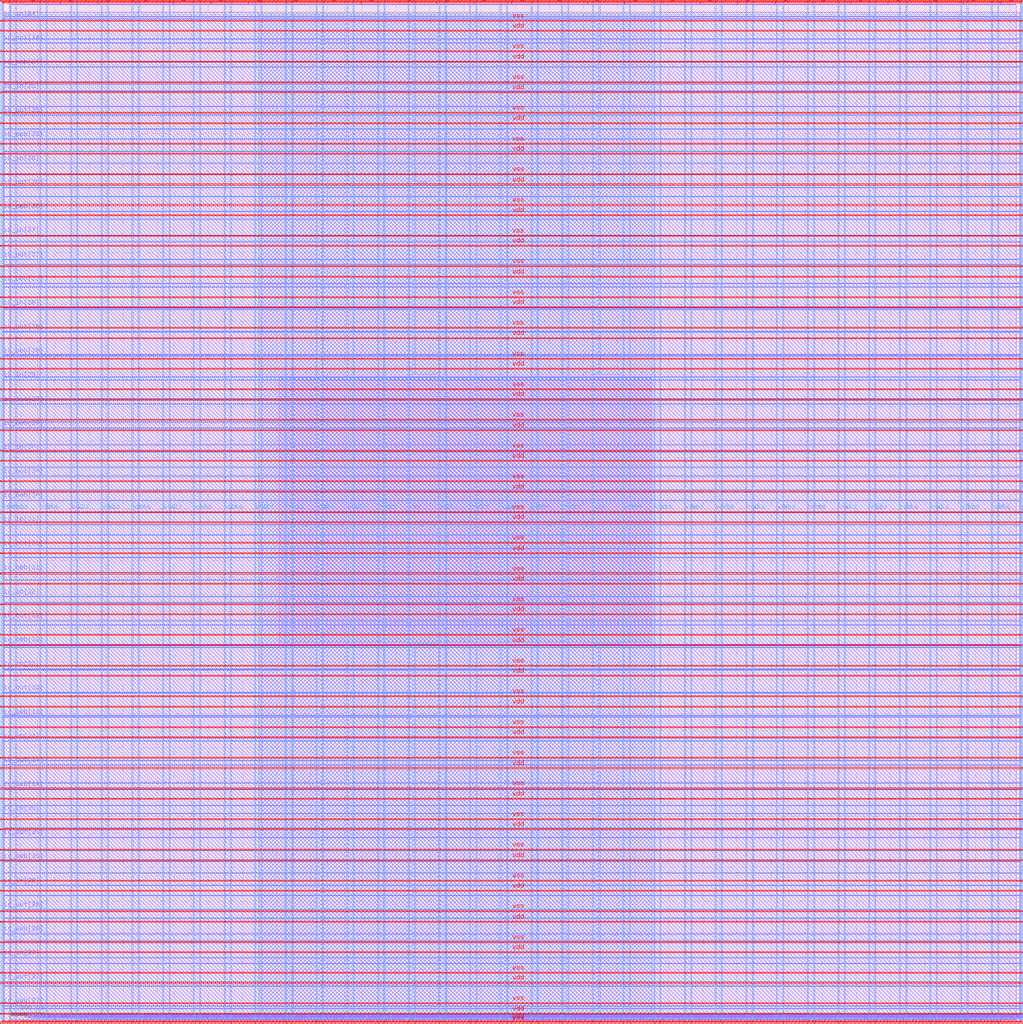
<source format=lef>
VERSION 5.7 ;
  NOWIREEXTENSIONATPIN ON ;
  DIVIDERCHAR "/" ;
  BUSBITCHARS "[]" ;
MACRO user_project_wrapper
  CLASS BLOCK ;
  FOREIGN user_project_wrapper ;
  ORIGIN 0.000 0.000 ;
  SIZE 2980.200 BY 2980.200 ;
  PIN io_in[0]
    DIRECTION INPUT ;
    USE SIGNAL ;
    PORT
      LAYER Metal3 ;
        RECT 2977.800 35.560 2985.000 36.680 ;
    END
  END io_in[0]
  PIN io_in[10]
    DIRECTION INPUT ;
    USE SIGNAL ;
    PORT
      LAYER Metal3 ;
        RECT 2977.800 2017.960 2985.000 2019.080 ;
    END
  END io_in[10]
  PIN io_in[11]
    DIRECTION INPUT ;
    USE SIGNAL ;
    PORT
      LAYER Metal3 ;
        RECT 2977.800 2216.200 2985.000 2217.320 ;
    END
  END io_in[11]
  PIN io_in[12]
    DIRECTION INPUT ;
    USE SIGNAL ;
    PORT
      LAYER Metal3 ;
        RECT 2977.800 2414.440 2985.000 2415.560 ;
    END
  END io_in[12]
  PIN io_in[13]
    DIRECTION INPUT ;
    USE SIGNAL ;
    PORT
      LAYER Metal3 ;
        RECT 2977.800 2612.680 2985.000 2613.800 ;
    END
  END io_in[13]
  PIN io_in[14]
    DIRECTION INPUT ;
    USE SIGNAL ;
    PORT
      LAYER Metal3 ;
        RECT 2977.800 2810.920 2985.000 2812.040 ;
    END
  END io_in[14]
  PIN io_in[15]
    DIRECTION INPUT ;
    USE SIGNAL ;
    PORT
      LAYER Metal2 ;
        RECT 2923.480 2977.800 2924.600 2985.000 ;
    END
  END io_in[15]
  PIN io_in[16]
    DIRECTION INPUT ;
    USE SIGNAL ;
    PORT
      LAYER Metal2 ;
        RECT 2592.520 2977.800 2593.640 2985.000 ;
    END
  END io_in[16]
  PIN io_in[17]
    DIRECTION INPUT ;
    USE SIGNAL ;
    PORT
      LAYER Metal2 ;
        RECT 2261.560 2977.800 2262.680 2985.000 ;
    END
  END io_in[17]
  PIN io_in[18]
    DIRECTION INPUT ;
    USE SIGNAL ;
    PORT
      LAYER Metal2 ;
        RECT 1930.600 2977.800 1931.720 2985.000 ;
    END
  END io_in[18]
  PIN io_in[19]
    DIRECTION INPUT ;
    USE SIGNAL ;
    PORT
      LAYER Metal2 ;
        RECT 1599.640 2977.800 1600.760 2985.000 ;
    END
  END io_in[19]
  PIN io_in[1]
    DIRECTION INPUT ;
    USE SIGNAL ;
    PORT
      LAYER Metal3 ;
        RECT 2977.800 233.800 2985.000 234.920 ;
    END
  END io_in[1]
  PIN io_in[20]
    DIRECTION INPUT ;
    USE SIGNAL ;
    PORT
      LAYER Metal2 ;
        RECT 1268.680 2977.800 1269.800 2985.000 ;
    END
  END io_in[20]
  PIN io_in[21]
    DIRECTION INPUT ;
    USE SIGNAL ;
    PORT
      LAYER Metal2 ;
        RECT 937.720 2977.800 938.840 2985.000 ;
    END
  END io_in[21]
  PIN io_in[22]
    DIRECTION INPUT ;
    USE SIGNAL ;
    PORT
      LAYER Metal2 ;
        RECT 606.760 2977.800 607.880 2985.000 ;
    END
  END io_in[22]
  PIN io_in[23]
    DIRECTION INPUT ;
    USE SIGNAL ;
    PORT
      LAYER Metal2 ;
        RECT 275.800 2977.800 276.920 2985.000 ;
    END
  END io_in[23]
  PIN io_in[24]
    DIRECTION INPUT ;
    USE SIGNAL ;
    PORT
      LAYER Metal3 ;
        RECT -4.800 2935.800 2.400 2936.920 ;
    END
  END io_in[24]
  PIN io_in[25]
    DIRECTION INPUT ;
    USE SIGNAL ;
    PORT
      LAYER Metal3 ;
        RECT -4.800 2724.120 2.400 2725.240 ;
    END
  END io_in[25]
  PIN io_in[26]
    DIRECTION INPUT ;
    USE SIGNAL ;
    PORT
      LAYER Metal3 ;
        RECT -4.800 2512.440 2.400 2513.560 ;
    END
  END io_in[26]
  PIN io_in[27]
    DIRECTION INPUT ;
    USE SIGNAL ;
    PORT
      LAYER Metal3 ;
        RECT -4.800 2300.760 2.400 2301.880 ;
    END
  END io_in[27]
  PIN io_in[28]
    DIRECTION INPUT ;
    USE SIGNAL ;
    PORT
      LAYER Metal3 ;
        RECT -4.800 2089.080 2.400 2090.200 ;
    END
  END io_in[28]
  PIN io_in[29]
    DIRECTION INPUT ;
    USE SIGNAL ;
    PORT
      LAYER Metal3 ;
        RECT -4.800 1877.400 2.400 1878.520 ;
    END
  END io_in[29]
  PIN io_in[2]
    DIRECTION INPUT ;
    USE SIGNAL ;
    PORT
      LAYER Metal3 ;
        RECT 2977.800 432.040 2985.000 433.160 ;
    END
  END io_in[2]
  PIN io_in[30]
    DIRECTION INPUT ;
    USE SIGNAL ;
    PORT
      LAYER Metal3 ;
        RECT -4.800 1665.720 2.400 1666.840 ;
    END
  END io_in[30]
  PIN io_in[31]
    DIRECTION INPUT ;
    USE SIGNAL ;
    PORT
      LAYER Metal3 ;
        RECT -4.800 1454.040 2.400 1455.160 ;
    END
  END io_in[31]
  PIN io_in[32]
    DIRECTION INPUT ;
    USE SIGNAL ;
    PORT
      LAYER Metal3 ;
        RECT -4.800 1242.360 2.400 1243.480 ;
    END
  END io_in[32]
  PIN io_in[33]
    DIRECTION INPUT ;
    USE SIGNAL ;
    PORT
      LAYER Metal3 ;
        RECT -4.800 1030.680 2.400 1031.800 ;
    END
  END io_in[33]
  PIN io_in[34]
    DIRECTION INPUT ;
    USE SIGNAL ;
    PORT
      LAYER Metal3 ;
        RECT -4.800 819.000 2.400 820.120 ;
    END
  END io_in[34]
  PIN io_in[35]
    DIRECTION INPUT ;
    USE SIGNAL ;
    PORT
      LAYER Metal3 ;
        RECT -4.800 607.320 2.400 608.440 ;
    END
  END io_in[35]
  PIN io_in[36]
    DIRECTION INPUT ;
    USE SIGNAL ;
    PORT
      LAYER Metal3 ;
        RECT -4.800 395.640 2.400 396.760 ;
    END
  END io_in[36]
  PIN io_in[37]
    DIRECTION INPUT ;
    USE SIGNAL ;
    PORT
      LAYER Metal3 ;
        RECT -4.800 183.960 2.400 185.080 ;
    END
  END io_in[37]
  PIN io_in[3]
    DIRECTION INPUT ;
    USE SIGNAL ;
    PORT
      LAYER Metal3 ;
        RECT 2977.800 630.280 2985.000 631.400 ;
    END
  END io_in[3]
  PIN io_in[4]
    DIRECTION INPUT ;
    USE SIGNAL ;
    PORT
      LAYER Metal3 ;
        RECT 2977.800 828.520 2985.000 829.640 ;
    END
  END io_in[4]
  PIN io_in[5]
    DIRECTION INPUT ;
    USE SIGNAL ;
    PORT
      LAYER Metal3 ;
        RECT 2977.800 1026.760 2985.000 1027.880 ;
    END
  END io_in[5]
  PIN io_in[6]
    DIRECTION INPUT ;
    USE SIGNAL ;
    PORT
      LAYER Metal3 ;
        RECT 2977.800 1225.000 2985.000 1226.120 ;
    END
  END io_in[6]
  PIN io_in[7]
    DIRECTION INPUT ;
    USE SIGNAL ;
    PORT
      LAYER Metal3 ;
        RECT 2977.800 1423.240 2985.000 1424.360 ;
    END
  END io_in[7]
  PIN io_in[8]
    DIRECTION INPUT ;
    USE SIGNAL ;
    PORT
      LAYER Metal3 ;
        RECT 2977.800 1621.480 2985.000 1622.600 ;
    END
  END io_in[8]
  PIN io_in[9]
    DIRECTION INPUT ;
    USE SIGNAL ;
    PORT
      LAYER Metal3 ;
        RECT 2977.800 1819.720 2985.000 1820.840 ;
    END
  END io_in[9]
  PIN io_oeb[0]
    DIRECTION OUTPUT TRISTATE ;
    USE SIGNAL ;
    PORT
      LAYER Metal3 ;
        RECT 2977.800 167.720 2985.000 168.840 ;
    END
  END io_oeb[0]
  PIN io_oeb[10]
    DIRECTION OUTPUT TRISTATE ;
    USE SIGNAL ;
    PORT
      LAYER Metal3 ;
        RECT 2977.800 2150.120 2985.000 2151.240 ;
    END
  END io_oeb[10]
  PIN io_oeb[11]
    DIRECTION OUTPUT TRISTATE ;
    USE SIGNAL ;
    PORT
      LAYER Metal3 ;
        RECT 2977.800 2348.360 2985.000 2349.480 ;
    END
  END io_oeb[11]
  PIN io_oeb[12]
    DIRECTION OUTPUT TRISTATE ;
    USE SIGNAL ;
    PORT
      LAYER Metal3 ;
        RECT 2977.800 2546.600 2985.000 2547.720 ;
    END
  END io_oeb[12]
  PIN io_oeb[13]
    DIRECTION OUTPUT TRISTATE ;
    USE SIGNAL ;
    PORT
      LAYER Metal3 ;
        RECT 2977.800 2744.840 2985.000 2745.960 ;
    END
  END io_oeb[13]
  PIN io_oeb[14]
    DIRECTION OUTPUT TRISTATE ;
    USE SIGNAL ;
    PORT
      LAYER Metal3 ;
        RECT 2977.800 2943.080 2985.000 2944.200 ;
    END
  END io_oeb[14]
  PIN io_oeb[15]
    DIRECTION OUTPUT TRISTATE ;
    USE SIGNAL ;
    PORT
      LAYER Metal2 ;
        RECT 2702.840 2977.800 2703.960 2985.000 ;
    END
  END io_oeb[15]
  PIN io_oeb[16]
    DIRECTION OUTPUT TRISTATE ;
    USE SIGNAL ;
    PORT
      LAYER Metal2 ;
        RECT 2371.880 2977.800 2373.000 2985.000 ;
    END
  END io_oeb[16]
  PIN io_oeb[17]
    DIRECTION OUTPUT TRISTATE ;
    USE SIGNAL ;
    PORT
      LAYER Metal2 ;
        RECT 2040.920 2977.800 2042.040 2985.000 ;
    END
  END io_oeb[17]
  PIN io_oeb[18]
    DIRECTION OUTPUT TRISTATE ;
    USE SIGNAL ;
    PORT
      LAYER Metal2 ;
        RECT 1709.960 2977.800 1711.080 2985.000 ;
    END
  END io_oeb[18]
  PIN io_oeb[19]
    DIRECTION OUTPUT TRISTATE ;
    USE SIGNAL ;
    PORT
      LAYER Metal2 ;
        RECT 1379.000 2977.800 1380.120 2985.000 ;
    END
  END io_oeb[19]
  PIN io_oeb[1]
    DIRECTION OUTPUT TRISTATE ;
    USE SIGNAL ;
    PORT
      LAYER Metal3 ;
        RECT 2977.800 365.960 2985.000 367.080 ;
    END
  END io_oeb[1]
  PIN io_oeb[20]
    DIRECTION OUTPUT TRISTATE ;
    USE SIGNAL ;
    PORT
      LAYER Metal2 ;
        RECT 1048.040 2977.800 1049.160 2985.000 ;
    END
  END io_oeb[20]
  PIN io_oeb[21]
    DIRECTION OUTPUT TRISTATE ;
    USE SIGNAL ;
    PORT
      LAYER Metal2 ;
        RECT 717.080 2977.800 718.200 2985.000 ;
    END
  END io_oeb[21]
  PIN io_oeb[22]
    DIRECTION OUTPUT TRISTATE ;
    USE SIGNAL ;
    PORT
      LAYER Metal2 ;
        RECT 386.120 2977.800 387.240 2985.000 ;
    END
  END io_oeb[22]
  PIN io_oeb[23]
    DIRECTION OUTPUT TRISTATE ;
    USE SIGNAL ;
    PORT
      LAYER Metal2 ;
        RECT 55.160 2977.800 56.280 2985.000 ;
    END
  END io_oeb[23]
  PIN io_oeb[24]
    DIRECTION OUTPUT TRISTATE ;
    USE SIGNAL ;
    PORT
      LAYER Metal3 ;
        RECT -4.800 2794.680 2.400 2795.800 ;
    END
  END io_oeb[24]
  PIN io_oeb[25]
    DIRECTION OUTPUT TRISTATE ;
    USE SIGNAL ;
    PORT
      LAYER Metal3 ;
        RECT -4.800 2583.000 2.400 2584.120 ;
    END
  END io_oeb[25]
  PIN io_oeb[26]
    DIRECTION OUTPUT TRISTATE ;
    USE SIGNAL ;
    PORT
      LAYER Metal3 ;
        RECT -4.800 2371.320 2.400 2372.440 ;
    END
  END io_oeb[26]
  PIN io_oeb[27]
    DIRECTION OUTPUT TRISTATE ;
    USE SIGNAL ;
    PORT
      LAYER Metal3 ;
        RECT -4.800 2159.640 2.400 2160.760 ;
    END
  END io_oeb[27]
  PIN io_oeb[28]
    DIRECTION OUTPUT TRISTATE ;
    USE SIGNAL ;
    PORT
      LAYER Metal3 ;
        RECT -4.800 1947.960 2.400 1949.080 ;
    END
  END io_oeb[28]
  PIN io_oeb[29]
    DIRECTION OUTPUT TRISTATE ;
    USE SIGNAL ;
    PORT
      LAYER Metal3 ;
        RECT -4.800 1736.280 2.400 1737.400 ;
    END
  END io_oeb[29]
  PIN io_oeb[2]
    DIRECTION OUTPUT TRISTATE ;
    USE SIGNAL ;
    PORT
      LAYER Metal3 ;
        RECT 2977.800 564.200 2985.000 565.320 ;
    END
  END io_oeb[2]
  PIN io_oeb[30]
    DIRECTION OUTPUT TRISTATE ;
    USE SIGNAL ;
    PORT
      LAYER Metal3 ;
        RECT -4.800 1524.600 2.400 1525.720 ;
    END
  END io_oeb[30]
  PIN io_oeb[31]
    DIRECTION OUTPUT TRISTATE ;
    USE SIGNAL ;
    PORT
      LAYER Metal3 ;
        RECT -4.800 1312.920 2.400 1314.040 ;
    END
  END io_oeb[31]
  PIN io_oeb[32]
    DIRECTION OUTPUT TRISTATE ;
    USE SIGNAL ;
    PORT
      LAYER Metal3 ;
        RECT -4.800 1101.240 2.400 1102.360 ;
    END
  END io_oeb[32]
  PIN io_oeb[33]
    DIRECTION OUTPUT TRISTATE ;
    USE SIGNAL ;
    PORT
      LAYER Metal3 ;
        RECT -4.800 889.560 2.400 890.680 ;
    END
  END io_oeb[33]
  PIN io_oeb[34]
    DIRECTION OUTPUT TRISTATE ;
    USE SIGNAL ;
    PORT
      LAYER Metal3 ;
        RECT -4.800 677.880 2.400 679.000 ;
    END
  END io_oeb[34]
  PIN io_oeb[35]
    DIRECTION OUTPUT TRISTATE ;
    USE SIGNAL ;
    PORT
      LAYER Metal3 ;
        RECT -4.800 466.200 2.400 467.320 ;
    END
  END io_oeb[35]
  PIN io_oeb[36]
    DIRECTION OUTPUT TRISTATE ;
    USE SIGNAL ;
    PORT
      LAYER Metal3 ;
        RECT -4.800 254.520 2.400 255.640 ;
    END
  END io_oeb[36]
  PIN io_oeb[37]
    DIRECTION OUTPUT TRISTATE ;
    USE SIGNAL ;
    PORT
      LAYER Metal3 ;
        RECT -4.800 42.840 2.400 43.960 ;
    END
  END io_oeb[37]
  PIN io_oeb[3]
    DIRECTION OUTPUT TRISTATE ;
    USE SIGNAL ;
    PORT
      LAYER Metal3 ;
        RECT 2977.800 762.440 2985.000 763.560 ;
    END
  END io_oeb[3]
  PIN io_oeb[4]
    DIRECTION OUTPUT TRISTATE ;
    USE SIGNAL ;
    PORT
      LAYER Metal3 ;
        RECT 2977.800 960.680 2985.000 961.800 ;
    END
  END io_oeb[4]
  PIN io_oeb[5]
    DIRECTION OUTPUT TRISTATE ;
    USE SIGNAL ;
    PORT
      LAYER Metal3 ;
        RECT 2977.800 1158.920 2985.000 1160.040 ;
    END
  END io_oeb[5]
  PIN io_oeb[6]
    DIRECTION OUTPUT TRISTATE ;
    USE SIGNAL ;
    PORT
      LAYER Metal3 ;
        RECT 2977.800 1357.160 2985.000 1358.280 ;
    END
  END io_oeb[6]
  PIN io_oeb[7]
    DIRECTION OUTPUT TRISTATE ;
    USE SIGNAL ;
    PORT
      LAYER Metal3 ;
        RECT 2977.800 1555.400 2985.000 1556.520 ;
    END
  END io_oeb[7]
  PIN io_oeb[8]
    DIRECTION OUTPUT TRISTATE ;
    USE SIGNAL ;
    PORT
      LAYER Metal3 ;
        RECT 2977.800 1753.640 2985.000 1754.760 ;
    END
  END io_oeb[8]
  PIN io_oeb[9]
    DIRECTION OUTPUT TRISTATE ;
    USE SIGNAL ;
    PORT
      LAYER Metal3 ;
        RECT 2977.800 1951.880 2985.000 1953.000 ;
    END
  END io_oeb[9]
  PIN io_out[0]
    DIRECTION OUTPUT TRISTATE ;
    USE SIGNAL ;
    PORT
      LAYER Metal3 ;
        RECT 2977.800 101.640 2985.000 102.760 ;
    END
  END io_out[0]
  PIN io_out[10]
    DIRECTION OUTPUT TRISTATE ;
    USE SIGNAL ;
    PORT
      LAYER Metal3 ;
        RECT 2977.800 2084.040 2985.000 2085.160 ;
    END
  END io_out[10]
  PIN io_out[11]
    DIRECTION OUTPUT TRISTATE ;
    USE SIGNAL ;
    PORT
      LAYER Metal3 ;
        RECT 2977.800 2282.280 2985.000 2283.400 ;
    END
  END io_out[11]
  PIN io_out[12]
    DIRECTION OUTPUT TRISTATE ;
    USE SIGNAL ;
    PORT
      LAYER Metal3 ;
        RECT 2977.800 2480.520 2985.000 2481.640 ;
    END
  END io_out[12]
  PIN io_out[13]
    DIRECTION OUTPUT TRISTATE ;
    USE SIGNAL ;
    PORT
      LAYER Metal3 ;
        RECT 2977.800 2678.760 2985.000 2679.880 ;
    END
  END io_out[13]
  PIN io_out[14]
    DIRECTION OUTPUT TRISTATE ;
    USE SIGNAL ;
    PORT
      LAYER Metal3 ;
        RECT 2977.800 2877.000 2985.000 2878.120 ;
    END
  END io_out[14]
  PIN io_out[15]
    DIRECTION OUTPUT TRISTATE ;
    USE SIGNAL ;
    PORT
      LAYER Metal2 ;
        RECT 2813.160 2977.800 2814.280 2985.000 ;
    END
  END io_out[15]
  PIN io_out[16]
    DIRECTION OUTPUT TRISTATE ;
    USE SIGNAL ;
    PORT
      LAYER Metal2 ;
        RECT 2482.200 2977.800 2483.320 2985.000 ;
    END
  END io_out[16]
  PIN io_out[17]
    DIRECTION OUTPUT TRISTATE ;
    USE SIGNAL ;
    PORT
      LAYER Metal2 ;
        RECT 2151.240 2977.800 2152.360 2985.000 ;
    END
  END io_out[17]
  PIN io_out[18]
    DIRECTION OUTPUT TRISTATE ;
    USE SIGNAL ;
    PORT
      LAYER Metal2 ;
        RECT 1820.280 2977.800 1821.400 2985.000 ;
    END
  END io_out[18]
  PIN io_out[19]
    DIRECTION OUTPUT TRISTATE ;
    USE SIGNAL ;
    PORT
      LAYER Metal2 ;
        RECT 1489.320 2977.800 1490.440 2985.000 ;
    END
  END io_out[19]
  PIN io_out[1]
    DIRECTION OUTPUT TRISTATE ;
    USE SIGNAL ;
    PORT
      LAYER Metal3 ;
        RECT 2977.800 299.880 2985.000 301.000 ;
    END
  END io_out[1]
  PIN io_out[20]
    DIRECTION OUTPUT TRISTATE ;
    USE SIGNAL ;
    PORT
      LAYER Metal2 ;
        RECT 1158.360 2977.800 1159.480 2985.000 ;
    END
  END io_out[20]
  PIN io_out[21]
    DIRECTION OUTPUT TRISTATE ;
    USE SIGNAL ;
    PORT
      LAYER Metal2 ;
        RECT 827.400 2977.800 828.520 2985.000 ;
    END
  END io_out[21]
  PIN io_out[22]
    DIRECTION OUTPUT TRISTATE ;
    USE SIGNAL ;
    PORT
      LAYER Metal2 ;
        RECT 496.440 2977.800 497.560 2985.000 ;
    END
  END io_out[22]
  PIN io_out[23]
    DIRECTION OUTPUT TRISTATE ;
    USE SIGNAL ;
    PORT
      LAYER Metal2 ;
        RECT 165.480 2977.800 166.600 2985.000 ;
    END
  END io_out[23]
  PIN io_out[24]
    DIRECTION OUTPUT TRISTATE ;
    USE SIGNAL ;
    PORT
      LAYER Metal3 ;
        RECT -4.800 2865.240 2.400 2866.360 ;
    END
  END io_out[24]
  PIN io_out[25]
    DIRECTION OUTPUT TRISTATE ;
    USE SIGNAL ;
    PORT
      LAYER Metal3 ;
        RECT -4.800 2653.560 2.400 2654.680 ;
    END
  END io_out[25]
  PIN io_out[26]
    DIRECTION OUTPUT TRISTATE ;
    USE SIGNAL ;
    PORT
      LAYER Metal3 ;
        RECT -4.800 2441.880 2.400 2443.000 ;
    END
  END io_out[26]
  PIN io_out[27]
    DIRECTION OUTPUT TRISTATE ;
    USE SIGNAL ;
    PORT
      LAYER Metal3 ;
        RECT -4.800 2230.200 2.400 2231.320 ;
    END
  END io_out[27]
  PIN io_out[28]
    DIRECTION OUTPUT TRISTATE ;
    USE SIGNAL ;
    PORT
      LAYER Metal3 ;
        RECT -4.800 2018.520 2.400 2019.640 ;
    END
  END io_out[28]
  PIN io_out[29]
    DIRECTION OUTPUT TRISTATE ;
    USE SIGNAL ;
    PORT
      LAYER Metal3 ;
        RECT -4.800 1806.840 2.400 1807.960 ;
    END
  END io_out[29]
  PIN io_out[2]
    DIRECTION OUTPUT TRISTATE ;
    USE SIGNAL ;
    PORT
      LAYER Metal3 ;
        RECT 2977.800 498.120 2985.000 499.240 ;
    END
  END io_out[2]
  PIN io_out[30]
    DIRECTION OUTPUT TRISTATE ;
    USE SIGNAL ;
    PORT
      LAYER Metal3 ;
        RECT -4.800 1595.160 2.400 1596.280 ;
    END
  END io_out[30]
  PIN io_out[31]
    DIRECTION OUTPUT TRISTATE ;
    USE SIGNAL ;
    PORT
      LAYER Metal3 ;
        RECT -4.800 1383.480 2.400 1384.600 ;
    END
  END io_out[31]
  PIN io_out[32]
    DIRECTION OUTPUT TRISTATE ;
    USE SIGNAL ;
    PORT
      LAYER Metal3 ;
        RECT -4.800 1171.800 2.400 1172.920 ;
    END
  END io_out[32]
  PIN io_out[33]
    DIRECTION OUTPUT TRISTATE ;
    USE SIGNAL ;
    PORT
      LAYER Metal3 ;
        RECT -4.800 960.120 2.400 961.240 ;
    END
  END io_out[33]
  PIN io_out[34]
    DIRECTION OUTPUT TRISTATE ;
    USE SIGNAL ;
    PORT
      LAYER Metal3 ;
        RECT -4.800 748.440 2.400 749.560 ;
    END
  END io_out[34]
  PIN io_out[35]
    DIRECTION OUTPUT TRISTATE ;
    USE SIGNAL ;
    PORT
      LAYER Metal3 ;
        RECT -4.800 536.760 2.400 537.880 ;
    END
  END io_out[35]
  PIN io_out[36]
    DIRECTION OUTPUT TRISTATE ;
    USE SIGNAL ;
    PORT
      LAYER Metal3 ;
        RECT -4.800 325.080 2.400 326.200 ;
    END
  END io_out[36]
  PIN io_out[37]
    DIRECTION OUTPUT TRISTATE ;
    USE SIGNAL ;
    PORT
      LAYER Metal3 ;
        RECT -4.800 113.400 2.400 114.520 ;
    END
  END io_out[37]
  PIN io_out[3]
    DIRECTION OUTPUT TRISTATE ;
    USE SIGNAL ;
    PORT
      LAYER Metal3 ;
        RECT 2977.800 696.360 2985.000 697.480 ;
    END
  END io_out[3]
  PIN io_out[4]
    DIRECTION OUTPUT TRISTATE ;
    USE SIGNAL ;
    PORT
      LAYER Metal3 ;
        RECT 2977.800 894.600 2985.000 895.720 ;
    END
  END io_out[4]
  PIN io_out[5]
    DIRECTION OUTPUT TRISTATE ;
    USE SIGNAL ;
    PORT
      LAYER Metal3 ;
        RECT 2977.800 1092.840 2985.000 1093.960 ;
    END
  END io_out[5]
  PIN io_out[6]
    DIRECTION OUTPUT TRISTATE ;
    USE SIGNAL ;
    PORT
      LAYER Metal3 ;
        RECT 2977.800 1291.080 2985.000 1292.200 ;
    END
  END io_out[6]
  PIN io_out[7]
    DIRECTION OUTPUT TRISTATE ;
    USE SIGNAL ;
    PORT
      LAYER Metal3 ;
        RECT 2977.800 1489.320 2985.000 1490.440 ;
    END
  END io_out[7]
  PIN io_out[8]
    DIRECTION OUTPUT TRISTATE ;
    USE SIGNAL ;
    PORT
      LAYER Metal3 ;
        RECT 2977.800 1687.560 2985.000 1688.680 ;
    END
  END io_out[8]
  PIN io_out[9]
    DIRECTION OUTPUT TRISTATE ;
    USE SIGNAL ;
    PORT
      LAYER Metal3 ;
        RECT 2977.800 1885.800 2985.000 1886.920 ;
    END
  END io_out[9]
  PIN la_data_in[0]
    DIRECTION INPUT ;
    USE SIGNAL ;
    PORT
      LAYER Metal2 ;
        RECT 1065.960 -4.800 1067.080 2.400 ;
    END
  END la_data_in[0]
  PIN la_data_in[10]
    DIRECTION INPUT ;
    USE SIGNAL ;
    PORT
      LAYER Metal2 ;
        RECT 1351.560 -4.800 1352.680 2.400 ;
    END
  END la_data_in[10]
  PIN la_data_in[11]
    DIRECTION INPUT ;
    USE SIGNAL ;
    PORT
      LAYER Metal2 ;
        RECT 1380.120 -4.800 1381.240 2.400 ;
    END
  END la_data_in[11]
  PIN la_data_in[12]
    DIRECTION INPUT ;
    USE SIGNAL ;
    PORT
      LAYER Metal2 ;
        RECT 1408.680 -4.800 1409.800 2.400 ;
    END
  END la_data_in[12]
  PIN la_data_in[13]
    DIRECTION INPUT ;
    USE SIGNAL ;
    PORT
      LAYER Metal2 ;
        RECT 1437.240 -4.800 1438.360 2.400 ;
    END
  END la_data_in[13]
  PIN la_data_in[14]
    DIRECTION INPUT ;
    USE SIGNAL ;
    PORT
      LAYER Metal2 ;
        RECT 1465.800 -4.800 1466.920 2.400 ;
    END
  END la_data_in[14]
  PIN la_data_in[15]
    DIRECTION INPUT ;
    USE SIGNAL ;
    PORT
      LAYER Metal2 ;
        RECT 1494.360 -4.800 1495.480 2.400 ;
    END
  END la_data_in[15]
  PIN la_data_in[16]
    DIRECTION INPUT ;
    USE SIGNAL ;
    PORT
      LAYER Metal2 ;
        RECT 1522.920 -4.800 1524.040 2.400 ;
    END
  END la_data_in[16]
  PIN la_data_in[17]
    DIRECTION INPUT ;
    USE SIGNAL ;
    PORT
      LAYER Metal2 ;
        RECT 1551.480 -4.800 1552.600 2.400 ;
    END
  END la_data_in[17]
  PIN la_data_in[18]
    DIRECTION INPUT ;
    USE SIGNAL ;
    PORT
      LAYER Metal2 ;
        RECT 1580.040 -4.800 1581.160 2.400 ;
    END
  END la_data_in[18]
  PIN la_data_in[19]
    DIRECTION INPUT ;
    USE SIGNAL ;
    PORT
      LAYER Metal2 ;
        RECT 1608.600 -4.800 1609.720 2.400 ;
    END
  END la_data_in[19]
  PIN la_data_in[1]
    DIRECTION INPUT ;
    USE SIGNAL ;
    PORT
      LAYER Metal2 ;
        RECT 1094.520 -4.800 1095.640 2.400 ;
    END
  END la_data_in[1]
  PIN la_data_in[20]
    DIRECTION INPUT ;
    USE SIGNAL ;
    PORT
      LAYER Metal2 ;
        RECT 1637.160 -4.800 1638.280 2.400 ;
    END
  END la_data_in[20]
  PIN la_data_in[21]
    DIRECTION INPUT ;
    USE SIGNAL ;
    PORT
      LAYER Metal2 ;
        RECT 1665.720 -4.800 1666.840 2.400 ;
    END
  END la_data_in[21]
  PIN la_data_in[22]
    DIRECTION INPUT ;
    USE SIGNAL ;
    PORT
      LAYER Metal2 ;
        RECT 1694.280 -4.800 1695.400 2.400 ;
    END
  END la_data_in[22]
  PIN la_data_in[23]
    DIRECTION INPUT ;
    USE SIGNAL ;
    PORT
      LAYER Metal2 ;
        RECT 1722.840 -4.800 1723.960 2.400 ;
    END
  END la_data_in[23]
  PIN la_data_in[24]
    DIRECTION INPUT ;
    USE SIGNAL ;
    PORT
      LAYER Metal2 ;
        RECT 1751.400 -4.800 1752.520 2.400 ;
    END
  END la_data_in[24]
  PIN la_data_in[25]
    DIRECTION INPUT ;
    USE SIGNAL ;
    PORT
      LAYER Metal2 ;
        RECT 1779.960 -4.800 1781.080 2.400 ;
    END
  END la_data_in[25]
  PIN la_data_in[26]
    DIRECTION INPUT ;
    USE SIGNAL ;
    PORT
      LAYER Metal2 ;
        RECT 1808.520 -4.800 1809.640 2.400 ;
    END
  END la_data_in[26]
  PIN la_data_in[27]
    DIRECTION INPUT ;
    USE SIGNAL ;
    PORT
      LAYER Metal2 ;
        RECT 1837.080 -4.800 1838.200 2.400 ;
    END
  END la_data_in[27]
  PIN la_data_in[28]
    DIRECTION INPUT ;
    USE SIGNAL ;
    PORT
      LAYER Metal2 ;
        RECT 1865.640 -4.800 1866.760 2.400 ;
    END
  END la_data_in[28]
  PIN la_data_in[29]
    DIRECTION INPUT ;
    USE SIGNAL ;
    PORT
      LAYER Metal2 ;
        RECT 1894.200 -4.800 1895.320 2.400 ;
    END
  END la_data_in[29]
  PIN la_data_in[2]
    DIRECTION INPUT ;
    USE SIGNAL ;
    PORT
      LAYER Metal2 ;
        RECT 1123.080 -4.800 1124.200 2.400 ;
    END
  END la_data_in[2]
  PIN la_data_in[30]
    DIRECTION INPUT ;
    USE SIGNAL ;
    PORT
      LAYER Metal2 ;
        RECT 1922.760 -4.800 1923.880 2.400 ;
    END
  END la_data_in[30]
  PIN la_data_in[31]
    DIRECTION INPUT ;
    USE SIGNAL ;
    PORT
      LAYER Metal2 ;
        RECT 1951.320 -4.800 1952.440 2.400 ;
    END
  END la_data_in[31]
  PIN la_data_in[32]
    DIRECTION INPUT ;
    USE SIGNAL ;
    PORT
      LAYER Metal2 ;
        RECT 1979.880 -4.800 1981.000 2.400 ;
    END
  END la_data_in[32]
  PIN la_data_in[33]
    DIRECTION INPUT ;
    USE SIGNAL ;
    PORT
      LAYER Metal2 ;
        RECT 2008.440 -4.800 2009.560 2.400 ;
    END
  END la_data_in[33]
  PIN la_data_in[34]
    DIRECTION INPUT ;
    USE SIGNAL ;
    PORT
      LAYER Metal2 ;
        RECT 2037.000 -4.800 2038.120 2.400 ;
    END
  END la_data_in[34]
  PIN la_data_in[35]
    DIRECTION INPUT ;
    USE SIGNAL ;
    PORT
      LAYER Metal2 ;
        RECT 2065.560 -4.800 2066.680 2.400 ;
    END
  END la_data_in[35]
  PIN la_data_in[36]
    DIRECTION INPUT ;
    USE SIGNAL ;
    PORT
      LAYER Metal2 ;
        RECT 2094.120 -4.800 2095.240 2.400 ;
    END
  END la_data_in[36]
  PIN la_data_in[37]
    DIRECTION INPUT ;
    USE SIGNAL ;
    PORT
      LAYER Metal2 ;
        RECT 2122.680 -4.800 2123.800 2.400 ;
    END
  END la_data_in[37]
  PIN la_data_in[38]
    DIRECTION INPUT ;
    USE SIGNAL ;
    PORT
      LAYER Metal2 ;
        RECT 2151.240 -4.800 2152.360 2.400 ;
    END
  END la_data_in[38]
  PIN la_data_in[39]
    DIRECTION INPUT ;
    USE SIGNAL ;
    PORT
      LAYER Metal2 ;
        RECT 2179.800 -4.800 2180.920 2.400 ;
    END
  END la_data_in[39]
  PIN la_data_in[3]
    DIRECTION INPUT ;
    USE SIGNAL ;
    PORT
      LAYER Metal2 ;
        RECT 1151.640 -4.800 1152.760 2.400 ;
    END
  END la_data_in[3]
  PIN la_data_in[40]
    DIRECTION INPUT ;
    USE SIGNAL ;
    PORT
      LAYER Metal2 ;
        RECT 2208.360 -4.800 2209.480 2.400 ;
    END
  END la_data_in[40]
  PIN la_data_in[41]
    DIRECTION INPUT ;
    USE SIGNAL ;
    PORT
      LAYER Metal2 ;
        RECT 2236.920 -4.800 2238.040 2.400 ;
    END
  END la_data_in[41]
  PIN la_data_in[42]
    DIRECTION INPUT ;
    USE SIGNAL ;
    PORT
      LAYER Metal2 ;
        RECT 2265.480 -4.800 2266.600 2.400 ;
    END
  END la_data_in[42]
  PIN la_data_in[43]
    DIRECTION INPUT ;
    USE SIGNAL ;
    PORT
      LAYER Metal2 ;
        RECT 2294.040 -4.800 2295.160 2.400 ;
    END
  END la_data_in[43]
  PIN la_data_in[44]
    DIRECTION INPUT ;
    USE SIGNAL ;
    PORT
      LAYER Metal2 ;
        RECT 2322.600 -4.800 2323.720 2.400 ;
    END
  END la_data_in[44]
  PIN la_data_in[45]
    DIRECTION INPUT ;
    USE SIGNAL ;
    PORT
      LAYER Metal2 ;
        RECT 2351.160 -4.800 2352.280 2.400 ;
    END
  END la_data_in[45]
  PIN la_data_in[46]
    DIRECTION INPUT ;
    USE SIGNAL ;
    PORT
      LAYER Metal2 ;
        RECT 2379.720 -4.800 2380.840 2.400 ;
    END
  END la_data_in[46]
  PIN la_data_in[47]
    DIRECTION INPUT ;
    USE SIGNAL ;
    PORT
      LAYER Metal2 ;
        RECT 2408.280 -4.800 2409.400 2.400 ;
    END
  END la_data_in[47]
  PIN la_data_in[48]
    DIRECTION INPUT ;
    USE SIGNAL ;
    PORT
      LAYER Metal2 ;
        RECT 2436.840 -4.800 2437.960 2.400 ;
    END
  END la_data_in[48]
  PIN la_data_in[49]
    DIRECTION INPUT ;
    USE SIGNAL ;
    PORT
      LAYER Metal2 ;
        RECT 2465.400 -4.800 2466.520 2.400 ;
    END
  END la_data_in[49]
  PIN la_data_in[4]
    DIRECTION INPUT ;
    USE SIGNAL ;
    PORT
      LAYER Metal2 ;
        RECT 1180.200 -4.800 1181.320 2.400 ;
    END
  END la_data_in[4]
  PIN la_data_in[50]
    DIRECTION INPUT ;
    USE SIGNAL ;
    PORT
      LAYER Metal2 ;
        RECT 2493.960 -4.800 2495.080 2.400 ;
    END
  END la_data_in[50]
  PIN la_data_in[51]
    DIRECTION INPUT ;
    USE SIGNAL ;
    PORT
      LAYER Metal2 ;
        RECT 2522.520 -4.800 2523.640 2.400 ;
    END
  END la_data_in[51]
  PIN la_data_in[52]
    DIRECTION INPUT ;
    USE SIGNAL ;
    PORT
      LAYER Metal2 ;
        RECT 2551.080 -4.800 2552.200 2.400 ;
    END
  END la_data_in[52]
  PIN la_data_in[53]
    DIRECTION INPUT ;
    USE SIGNAL ;
    PORT
      LAYER Metal2 ;
        RECT 2579.640 -4.800 2580.760 2.400 ;
    END
  END la_data_in[53]
  PIN la_data_in[54]
    DIRECTION INPUT ;
    USE SIGNAL ;
    PORT
      LAYER Metal2 ;
        RECT 2608.200 -4.800 2609.320 2.400 ;
    END
  END la_data_in[54]
  PIN la_data_in[55]
    DIRECTION INPUT ;
    USE SIGNAL ;
    PORT
      LAYER Metal2 ;
        RECT 2636.760 -4.800 2637.880 2.400 ;
    END
  END la_data_in[55]
  PIN la_data_in[56]
    DIRECTION INPUT ;
    USE SIGNAL ;
    PORT
      LAYER Metal2 ;
        RECT 2665.320 -4.800 2666.440 2.400 ;
    END
  END la_data_in[56]
  PIN la_data_in[57]
    DIRECTION INPUT ;
    USE SIGNAL ;
    PORT
      LAYER Metal2 ;
        RECT 2693.880 -4.800 2695.000 2.400 ;
    END
  END la_data_in[57]
  PIN la_data_in[58]
    DIRECTION INPUT ;
    USE SIGNAL ;
    PORT
      LAYER Metal2 ;
        RECT 2722.440 -4.800 2723.560 2.400 ;
    END
  END la_data_in[58]
  PIN la_data_in[59]
    DIRECTION INPUT ;
    USE SIGNAL ;
    PORT
      LAYER Metal2 ;
        RECT 2751.000 -4.800 2752.120 2.400 ;
    END
  END la_data_in[59]
  PIN la_data_in[5]
    DIRECTION INPUT ;
    USE SIGNAL ;
    PORT
      LAYER Metal2 ;
        RECT 1208.760 -4.800 1209.880 2.400 ;
    END
  END la_data_in[5]
  PIN la_data_in[60]
    DIRECTION INPUT ;
    USE SIGNAL ;
    PORT
      LAYER Metal2 ;
        RECT 2779.560 -4.800 2780.680 2.400 ;
    END
  END la_data_in[60]
  PIN la_data_in[61]
    DIRECTION INPUT ;
    USE SIGNAL ;
    PORT
      LAYER Metal2 ;
        RECT 2808.120 -4.800 2809.240 2.400 ;
    END
  END la_data_in[61]
  PIN la_data_in[62]
    DIRECTION INPUT ;
    USE SIGNAL ;
    PORT
      LAYER Metal2 ;
        RECT 2836.680 -4.800 2837.800 2.400 ;
    END
  END la_data_in[62]
  PIN la_data_in[63]
    DIRECTION INPUT ;
    USE SIGNAL ;
    PORT
      LAYER Metal2 ;
        RECT 2865.240 -4.800 2866.360 2.400 ;
    END
  END la_data_in[63]
  PIN la_data_in[6]
    DIRECTION INPUT ;
    USE SIGNAL ;
    PORT
      LAYER Metal2 ;
        RECT 1237.320 -4.800 1238.440 2.400 ;
    END
  END la_data_in[6]
  PIN la_data_in[7]
    DIRECTION INPUT ;
    USE SIGNAL ;
    PORT
      LAYER Metal2 ;
        RECT 1265.880 -4.800 1267.000 2.400 ;
    END
  END la_data_in[7]
  PIN la_data_in[8]
    DIRECTION INPUT ;
    USE SIGNAL ;
    PORT
      LAYER Metal2 ;
        RECT 1294.440 -4.800 1295.560 2.400 ;
    END
  END la_data_in[8]
  PIN la_data_in[9]
    DIRECTION INPUT ;
    USE SIGNAL ;
    PORT
      LAYER Metal2 ;
        RECT 1323.000 -4.800 1324.120 2.400 ;
    END
  END la_data_in[9]
  PIN la_data_out[0]
    DIRECTION OUTPUT TRISTATE ;
    USE SIGNAL ;
    PORT
      LAYER Metal2 ;
        RECT 1075.480 -4.800 1076.600 2.400 ;
    END
  END la_data_out[0]
  PIN la_data_out[10]
    DIRECTION OUTPUT TRISTATE ;
    USE SIGNAL ;
    PORT
      LAYER Metal2 ;
        RECT 1361.080 -4.800 1362.200 2.400 ;
    END
  END la_data_out[10]
  PIN la_data_out[11]
    DIRECTION OUTPUT TRISTATE ;
    USE SIGNAL ;
    PORT
      LAYER Metal2 ;
        RECT 1389.640 -4.800 1390.760 2.400 ;
    END
  END la_data_out[11]
  PIN la_data_out[12]
    DIRECTION OUTPUT TRISTATE ;
    USE SIGNAL ;
    PORT
      LAYER Metal2 ;
        RECT 1418.200 -4.800 1419.320 2.400 ;
    END
  END la_data_out[12]
  PIN la_data_out[13]
    DIRECTION OUTPUT TRISTATE ;
    USE SIGNAL ;
    PORT
      LAYER Metal2 ;
        RECT 1446.760 -4.800 1447.880 2.400 ;
    END
  END la_data_out[13]
  PIN la_data_out[14]
    DIRECTION OUTPUT TRISTATE ;
    USE SIGNAL ;
    PORT
      LAYER Metal2 ;
        RECT 1475.320 -4.800 1476.440 2.400 ;
    END
  END la_data_out[14]
  PIN la_data_out[15]
    DIRECTION OUTPUT TRISTATE ;
    USE SIGNAL ;
    PORT
      LAYER Metal2 ;
        RECT 1503.880 -4.800 1505.000 2.400 ;
    END
  END la_data_out[15]
  PIN la_data_out[16]
    DIRECTION OUTPUT TRISTATE ;
    USE SIGNAL ;
    PORT
      LAYER Metal2 ;
        RECT 1532.440 -4.800 1533.560 2.400 ;
    END
  END la_data_out[16]
  PIN la_data_out[17]
    DIRECTION OUTPUT TRISTATE ;
    USE SIGNAL ;
    PORT
      LAYER Metal2 ;
        RECT 1561.000 -4.800 1562.120 2.400 ;
    END
  END la_data_out[17]
  PIN la_data_out[18]
    DIRECTION OUTPUT TRISTATE ;
    USE SIGNAL ;
    PORT
      LAYER Metal2 ;
        RECT 1589.560 -4.800 1590.680 2.400 ;
    END
  END la_data_out[18]
  PIN la_data_out[19]
    DIRECTION OUTPUT TRISTATE ;
    USE SIGNAL ;
    PORT
      LAYER Metal2 ;
        RECT 1618.120 -4.800 1619.240 2.400 ;
    END
  END la_data_out[19]
  PIN la_data_out[1]
    DIRECTION OUTPUT TRISTATE ;
    USE SIGNAL ;
    PORT
      LAYER Metal2 ;
        RECT 1104.040 -4.800 1105.160 2.400 ;
    END
  END la_data_out[1]
  PIN la_data_out[20]
    DIRECTION OUTPUT TRISTATE ;
    USE SIGNAL ;
    PORT
      LAYER Metal2 ;
        RECT 1646.680 -4.800 1647.800 2.400 ;
    END
  END la_data_out[20]
  PIN la_data_out[21]
    DIRECTION OUTPUT TRISTATE ;
    USE SIGNAL ;
    PORT
      LAYER Metal2 ;
        RECT 1675.240 -4.800 1676.360 2.400 ;
    END
  END la_data_out[21]
  PIN la_data_out[22]
    DIRECTION OUTPUT TRISTATE ;
    USE SIGNAL ;
    PORT
      LAYER Metal2 ;
        RECT 1703.800 -4.800 1704.920 2.400 ;
    END
  END la_data_out[22]
  PIN la_data_out[23]
    DIRECTION OUTPUT TRISTATE ;
    USE SIGNAL ;
    PORT
      LAYER Metal2 ;
        RECT 1732.360 -4.800 1733.480 2.400 ;
    END
  END la_data_out[23]
  PIN la_data_out[24]
    DIRECTION OUTPUT TRISTATE ;
    USE SIGNAL ;
    PORT
      LAYER Metal2 ;
        RECT 1760.920 -4.800 1762.040 2.400 ;
    END
  END la_data_out[24]
  PIN la_data_out[25]
    DIRECTION OUTPUT TRISTATE ;
    USE SIGNAL ;
    PORT
      LAYER Metal2 ;
        RECT 1789.480 -4.800 1790.600 2.400 ;
    END
  END la_data_out[25]
  PIN la_data_out[26]
    DIRECTION OUTPUT TRISTATE ;
    USE SIGNAL ;
    PORT
      LAYER Metal2 ;
        RECT 1818.040 -4.800 1819.160 2.400 ;
    END
  END la_data_out[26]
  PIN la_data_out[27]
    DIRECTION OUTPUT TRISTATE ;
    USE SIGNAL ;
    PORT
      LAYER Metal2 ;
        RECT 1846.600 -4.800 1847.720 2.400 ;
    END
  END la_data_out[27]
  PIN la_data_out[28]
    DIRECTION OUTPUT TRISTATE ;
    USE SIGNAL ;
    PORT
      LAYER Metal2 ;
        RECT 1875.160 -4.800 1876.280 2.400 ;
    END
  END la_data_out[28]
  PIN la_data_out[29]
    DIRECTION OUTPUT TRISTATE ;
    USE SIGNAL ;
    PORT
      LAYER Metal2 ;
        RECT 1903.720 -4.800 1904.840 2.400 ;
    END
  END la_data_out[29]
  PIN la_data_out[2]
    DIRECTION OUTPUT TRISTATE ;
    USE SIGNAL ;
    PORT
      LAYER Metal2 ;
        RECT 1132.600 -4.800 1133.720 2.400 ;
    END
  END la_data_out[2]
  PIN la_data_out[30]
    DIRECTION OUTPUT TRISTATE ;
    USE SIGNAL ;
    PORT
      LAYER Metal2 ;
        RECT 1932.280 -4.800 1933.400 2.400 ;
    END
  END la_data_out[30]
  PIN la_data_out[31]
    DIRECTION OUTPUT TRISTATE ;
    USE SIGNAL ;
    PORT
      LAYER Metal2 ;
        RECT 1960.840 -4.800 1961.960 2.400 ;
    END
  END la_data_out[31]
  PIN la_data_out[32]
    DIRECTION OUTPUT TRISTATE ;
    USE SIGNAL ;
    PORT
      LAYER Metal2 ;
        RECT 1989.400 -4.800 1990.520 2.400 ;
    END
  END la_data_out[32]
  PIN la_data_out[33]
    DIRECTION OUTPUT TRISTATE ;
    USE SIGNAL ;
    PORT
      LAYER Metal2 ;
        RECT 2017.960 -4.800 2019.080 2.400 ;
    END
  END la_data_out[33]
  PIN la_data_out[34]
    DIRECTION OUTPUT TRISTATE ;
    USE SIGNAL ;
    PORT
      LAYER Metal2 ;
        RECT 2046.520 -4.800 2047.640 2.400 ;
    END
  END la_data_out[34]
  PIN la_data_out[35]
    DIRECTION OUTPUT TRISTATE ;
    USE SIGNAL ;
    PORT
      LAYER Metal2 ;
        RECT 2075.080 -4.800 2076.200 2.400 ;
    END
  END la_data_out[35]
  PIN la_data_out[36]
    DIRECTION OUTPUT TRISTATE ;
    USE SIGNAL ;
    PORT
      LAYER Metal2 ;
        RECT 2103.640 -4.800 2104.760 2.400 ;
    END
  END la_data_out[36]
  PIN la_data_out[37]
    DIRECTION OUTPUT TRISTATE ;
    USE SIGNAL ;
    PORT
      LAYER Metal2 ;
        RECT 2132.200 -4.800 2133.320 2.400 ;
    END
  END la_data_out[37]
  PIN la_data_out[38]
    DIRECTION OUTPUT TRISTATE ;
    USE SIGNAL ;
    PORT
      LAYER Metal2 ;
        RECT 2160.760 -4.800 2161.880 2.400 ;
    END
  END la_data_out[38]
  PIN la_data_out[39]
    DIRECTION OUTPUT TRISTATE ;
    USE SIGNAL ;
    PORT
      LAYER Metal2 ;
        RECT 2189.320 -4.800 2190.440 2.400 ;
    END
  END la_data_out[39]
  PIN la_data_out[3]
    DIRECTION OUTPUT TRISTATE ;
    USE SIGNAL ;
    PORT
      LAYER Metal2 ;
        RECT 1161.160 -4.800 1162.280 2.400 ;
    END
  END la_data_out[3]
  PIN la_data_out[40]
    DIRECTION OUTPUT TRISTATE ;
    USE SIGNAL ;
    PORT
      LAYER Metal2 ;
        RECT 2217.880 -4.800 2219.000 2.400 ;
    END
  END la_data_out[40]
  PIN la_data_out[41]
    DIRECTION OUTPUT TRISTATE ;
    USE SIGNAL ;
    PORT
      LAYER Metal2 ;
        RECT 2246.440 -4.800 2247.560 2.400 ;
    END
  END la_data_out[41]
  PIN la_data_out[42]
    DIRECTION OUTPUT TRISTATE ;
    USE SIGNAL ;
    PORT
      LAYER Metal2 ;
        RECT 2275.000 -4.800 2276.120 2.400 ;
    END
  END la_data_out[42]
  PIN la_data_out[43]
    DIRECTION OUTPUT TRISTATE ;
    USE SIGNAL ;
    PORT
      LAYER Metal2 ;
        RECT 2303.560 -4.800 2304.680 2.400 ;
    END
  END la_data_out[43]
  PIN la_data_out[44]
    DIRECTION OUTPUT TRISTATE ;
    USE SIGNAL ;
    PORT
      LAYER Metal2 ;
        RECT 2332.120 -4.800 2333.240 2.400 ;
    END
  END la_data_out[44]
  PIN la_data_out[45]
    DIRECTION OUTPUT TRISTATE ;
    USE SIGNAL ;
    PORT
      LAYER Metal2 ;
        RECT 2360.680 -4.800 2361.800 2.400 ;
    END
  END la_data_out[45]
  PIN la_data_out[46]
    DIRECTION OUTPUT TRISTATE ;
    USE SIGNAL ;
    PORT
      LAYER Metal2 ;
        RECT 2389.240 -4.800 2390.360 2.400 ;
    END
  END la_data_out[46]
  PIN la_data_out[47]
    DIRECTION OUTPUT TRISTATE ;
    USE SIGNAL ;
    PORT
      LAYER Metal2 ;
        RECT 2417.800 -4.800 2418.920 2.400 ;
    END
  END la_data_out[47]
  PIN la_data_out[48]
    DIRECTION OUTPUT TRISTATE ;
    USE SIGNAL ;
    PORT
      LAYER Metal2 ;
        RECT 2446.360 -4.800 2447.480 2.400 ;
    END
  END la_data_out[48]
  PIN la_data_out[49]
    DIRECTION OUTPUT TRISTATE ;
    USE SIGNAL ;
    PORT
      LAYER Metal2 ;
        RECT 2474.920 -4.800 2476.040 2.400 ;
    END
  END la_data_out[49]
  PIN la_data_out[4]
    DIRECTION OUTPUT TRISTATE ;
    USE SIGNAL ;
    PORT
      LAYER Metal2 ;
        RECT 1189.720 -4.800 1190.840 2.400 ;
    END
  END la_data_out[4]
  PIN la_data_out[50]
    DIRECTION OUTPUT TRISTATE ;
    USE SIGNAL ;
    PORT
      LAYER Metal2 ;
        RECT 2503.480 -4.800 2504.600 2.400 ;
    END
  END la_data_out[50]
  PIN la_data_out[51]
    DIRECTION OUTPUT TRISTATE ;
    USE SIGNAL ;
    PORT
      LAYER Metal2 ;
        RECT 2532.040 -4.800 2533.160 2.400 ;
    END
  END la_data_out[51]
  PIN la_data_out[52]
    DIRECTION OUTPUT TRISTATE ;
    USE SIGNAL ;
    PORT
      LAYER Metal2 ;
        RECT 2560.600 -4.800 2561.720 2.400 ;
    END
  END la_data_out[52]
  PIN la_data_out[53]
    DIRECTION OUTPUT TRISTATE ;
    USE SIGNAL ;
    PORT
      LAYER Metal2 ;
        RECT 2589.160 -4.800 2590.280 2.400 ;
    END
  END la_data_out[53]
  PIN la_data_out[54]
    DIRECTION OUTPUT TRISTATE ;
    USE SIGNAL ;
    PORT
      LAYER Metal2 ;
        RECT 2617.720 -4.800 2618.840 2.400 ;
    END
  END la_data_out[54]
  PIN la_data_out[55]
    DIRECTION OUTPUT TRISTATE ;
    USE SIGNAL ;
    PORT
      LAYER Metal2 ;
        RECT 2646.280 -4.800 2647.400 2.400 ;
    END
  END la_data_out[55]
  PIN la_data_out[56]
    DIRECTION OUTPUT TRISTATE ;
    USE SIGNAL ;
    PORT
      LAYER Metal2 ;
        RECT 2674.840 -4.800 2675.960 2.400 ;
    END
  END la_data_out[56]
  PIN la_data_out[57]
    DIRECTION OUTPUT TRISTATE ;
    USE SIGNAL ;
    PORT
      LAYER Metal2 ;
        RECT 2703.400 -4.800 2704.520 2.400 ;
    END
  END la_data_out[57]
  PIN la_data_out[58]
    DIRECTION OUTPUT TRISTATE ;
    USE SIGNAL ;
    PORT
      LAYER Metal2 ;
        RECT 2731.960 -4.800 2733.080 2.400 ;
    END
  END la_data_out[58]
  PIN la_data_out[59]
    DIRECTION OUTPUT TRISTATE ;
    USE SIGNAL ;
    PORT
      LAYER Metal2 ;
        RECT 2760.520 -4.800 2761.640 2.400 ;
    END
  END la_data_out[59]
  PIN la_data_out[5]
    DIRECTION OUTPUT TRISTATE ;
    USE SIGNAL ;
    PORT
      LAYER Metal2 ;
        RECT 1218.280 -4.800 1219.400 2.400 ;
    END
  END la_data_out[5]
  PIN la_data_out[60]
    DIRECTION OUTPUT TRISTATE ;
    USE SIGNAL ;
    PORT
      LAYER Metal2 ;
        RECT 2789.080 -4.800 2790.200 2.400 ;
    END
  END la_data_out[60]
  PIN la_data_out[61]
    DIRECTION OUTPUT TRISTATE ;
    USE SIGNAL ;
    PORT
      LAYER Metal2 ;
        RECT 2817.640 -4.800 2818.760 2.400 ;
    END
  END la_data_out[61]
  PIN la_data_out[62]
    DIRECTION OUTPUT TRISTATE ;
    USE SIGNAL ;
    PORT
      LAYER Metal2 ;
        RECT 2846.200 -4.800 2847.320 2.400 ;
    END
  END la_data_out[62]
  PIN la_data_out[63]
    DIRECTION OUTPUT TRISTATE ;
    USE SIGNAL ;
    PORT
      LAYER Metal2 ;
        RECT 2874.760 -4.800 2875.880 2.400 ;
    END
  END la_data_out[63]
  PIN la_data_out[6]
    DIRECTION OUTPUT TRISTATE ;
    USE SIGNAL ;
    PORT
      LAYER Metal2 ;
        RECT 1246.840 -4.800 1247.960 2.400 ;
    END
  END la_data_out[6]
  PIN la_data_out[7]
    DIRECTION OUTPUT TRISTATE ;
    USE SIGNAL ;
    PORT
      LAYER Metal2 ;
        RECT 1275.400 -4.800 1276.520 2.400 ;
    END
  END la_data_out[7]
  PIN la_data_out[8]
    DIRECTION OUTPUT TRISTATE ;
    USE SIGNAL ;
    PORT
      LAYER Metal2 ;
        RECT 1303.960 -4.800 1305.080 2.400 ;
    END
  END la_data_out[8]
  PIN la_data_out[9]
    DIRECTION OUTPUT TRISTATE ;
    USE SIGNAL ;
    PORT
      LAYER Metal2 ;
        RECT 1332.520 -4.800 1333.640 2.400 ;
    END
  END la_data_out[9]
  PIN la_oenb[0]
    DIRECTION INPUT ;
    USE SIGNAL ;
    PORT
      LAYER Metal2 ;
        RECT 1085.000 -4.800 1086.120 2.400 ;
    END
  END la_oenb[0]
  PIN la_oenb[10]
    DIRECTION INPUT ;
    USE SIGNAL ;
    PORT
      LAYER Metal2 ;
        RECT 1370.600 -4.800 1371.720 2.400 ;
    END
  END la_oenb[10]
  PIN la_oenb[11]
    DIRECTION INPUT ;
    USE SIGNAL ;
    PORT
      LAYER Metal2 ;
        RECT 1399.160 -4.800 1400.280 2.400 ;
    END
  END la_oenb[11]
  PIN la_oenb[12]
    DIRECTION INPUT ;
    USE SIGNAL ;
    PORT
      LAYER Metal2 ;
        RECT 1427.720 -4.800 1428.840 2.400 ;
    END
  END la_oenb[12]
  PIN la_oenb[13]
    DIRECTION INPUT ;
    USE SIGNAL ;
    PORT
      LAYER Metal2 ;
        RECT 1456.280 -4.800 1457.400 2.400 ;
    END
  END la_oenb[13]
  PIN la_oenb[14]
    DIRECTION INPUT ;
    USE SIGNAL ;
    PORT
      LAYER Metal2 ;
        RECT 1484.840 -4.800 1485.960 2.400 ;
    END
  END la_oenb[14]
  PIN la_oenb[15]
    DIRECTION INPUT ;
    USE SIGNAL ;
    PORT
      LAYER Metal2 ;
        RECT 1513.400 -4.800 1514.520 2.400 ;
    END
  END la_oenb[15]
  PIN la_oenb[16]
    DIRECTION INPUT ;
    USE SIGNAL ;
    PORT
      LAYER Metal2 ;
        RECT 1541.960 -4.800 1543.080 2.400 ;
    END
  END la_oenb[16]
  PIN la_oenb[17]
    DIRECTION INPUT ;
    USE SIGNAL ;
    PORT
      LAYER Metal2 ;
        RECT 1570.520 -4.800 1571.640 2.400 ;
    END
  END la_oenb[17]
  PIN la_oenb[18]
    DIRECTION INPUT ;
    USE SIGNAL ;
    PORT
      LAYER Metal2 ;
        RECT 1599.080 -4.800 1600.200 2.400 ;
    END
  END la_oenb[18]
  PIN la_oenb[19]
    DIRECTION INPUT ;
    USE SIGNAL ;
    PORT
      LAYER Metal2 ;
        RECT 1627.640 -4.800 1628.760 2.400 ;
    END
  END la_oenb[19]
  PIN la_oenb[1]
    DIRECTION INPUT ;
    USE SIGNAL ;
    PORT
      LAYER Metal2 ;
        RECT 1113.560 -4.800 1114.680 2.400 ;
    END
  END la_oenb[1]
  PIN la_oenb[20]
    DIRECTION INPUT ;
    USE SIGNAL ;
    PORT
      LAYER Metal2 ;
        RECT 1656.200 -4.800 1657.320 2.400 ;
    END
  END la_oenb[20]
  PIN la_oenb[21]
    DIRECTION INPUT ;
    USE SIGNAL ;
    PORT
      LAYER Metal2 ;
        RECT 1684.760 -4.800 1685.880 2.400 ;
    END
  END la_oenb[21]
  PIN la_oenb[22]
    DIRECTION INPUT ;
    USE SIGNAL ;
    PORT
      LAYER Metal2 ;
        RECT 1713.320 -4.800 1714.440 2.400 ;
    END
  END la_oenb[22]
  PIN la_oenb[23]
    DIRECTION INPUT ;
    USE SIGNAL ;
    PORT
      LAYER Metal2 ;
        RECT 1741.880 -4.800 1743.000 2.400 ;
    END
  END la_oenb[23]
  PIN la_oenb[24]
    DIRECTION INPUT ;
    USE SIGNAL ;
    PORT
      LAYER Metal2 ;
        RECT 1770.440 -4.800 1771.560 2.400 ;
    END
  END la_oenb[24]
  PIN la_oenb[25]
    DIRECTION INPUT ;
    USE SIGNAL ;
    PORT
      LAYER Metal2 ;
        RECT 1799.000 -4.800 1800.120 2.400 ;
    END
  END la_oenb[25]
  PIN la_oenb[26]
    DIRECTION INPUT ;
    USE SIGNAL ;
    PORT
      LAYER Metal2 ;
        RECT 1827.560 -4.800 1828.680 2.400 ;
    END
  END la_oenb[26]
  PIN la_oenb[27]
    DIRECTION INPUT ;
    USE SIGNAL ;
    PORT
      LAYER Metal2 ;
        RECT 1856.120 -4.800 1857.240 2.400 ;
    END
  END la_oenb[27]
  PIN la_oenb[28]
    DIRECTION INPUT ;
    USE SIGNAL ;
    PORT
      LAYER Metal2 ;
        RECT 1884.680 -4.800 1885.800 2.400 ;
    END
  END la_oenb[28]
  PIN la_oenb[29]
    DIRECTION INPUT ;
    USE SIGNAL ;
    PORT
      LAYER Metal2 ;
        RECT 1913.240 -4.800 1914.360 2.400 ;
    END
  END la_oenb[29]
  PIN la_oenb[2]
    DIRECTION INPUT ;
    USE SIGNAL ;
    PORT
      LAYER Metal2 ;
        RECT 1142.120 -4.800 1143.240 2.400 ;
    END
  END la_oenb[2]
  PIN la_oenb[30]
    DIRECTION INPUT ;
    USE SIGNAL ;
    PORT
      LAYER Metal2 ;
        RECT 1941.800 -4.800 1942.920 2.400 ;
    END
  END la_oenb[30]
  PIN la_oenb[31]
    DIRECTION INPUT ;
    USE SIGNAL ;
    PORT
      LAYER Metal2 ;
        RECT 1970.360 -4.800 1971.480 2.400 ;
    END
  END la_oenb[31]
  PIN la_oenb[32]
    DIRECTION INPUT ;
    USE SIGNAL ;
    PORT
      LAYER Metal2 ;
        RECT 1998.920 -4.800 2000.040 2.400 ;
    END
  END la_oenb[32]
  PIN la_oenb[33]
    DIRECTION INPUT ;
    USE SIGNAL ;
    PORT
      LAYER Metal2 ;
        RECT 2027.480 -4.800 2028.600 2.400 ;
    END
  END la_oenb[33]
  PIN la_oenb[34]
    DIRECTION INPUT ;
    USE SIGNAL ;
    PORT
      LAYER Metal2 ;
        RECT 2056.040 -4.800 2057.160 2.400 ;
    END
  END la_oenb[34]
  PIN la_oenb[35]
    DIRECTION INPUT ;
    USE SIGNAL ;
    PORT
      LAYER Metal2 ;
        RECT 2084.600 -4.800 2085.720 2.400 ;
    END
  END la_oenb[35]
  PIN la_oenb[36]
    DIRECTION INPUT ;
    USE SIGNAL ;
    PORT
      LAYER Metal2 ;
        RECT 2113.160 -4.800 2114.280 2.400 ;
    END
  END la_oenb[36]
  PIN la_oenb[37]
    DIRECTION INPUT ;
    USE SIGNAL ;
    PORT
      LAYER Metal2 ;
        RECT 2141.720 -4.800 2142.840 2.400 ;
    END
  END la_oenb[37]
  PIN la_oenb[38]
    DIRECTION INPUT ;
    USE SIGNAL ;
    PORT
      LAYER Metal2 ;
        RECT 2170.280 -4.800 2171.400 2.400 ;
    END
  END la_oenb[38]
  PIN la_oenb[39]
    DIRECTION INPUT ;
    USE SIGNAL ;
    PORT
      LAYER Metal2 ;
        RECT 2198.840 -4.800 2199.960 2.400 ;
    END
  END la_oenb[39]
  PIN la_oenb[3]
    DIRECTION INPUT ;
    USE SIGNAL ;
    PORT
      LAYER Metal2 ;
        RECT 1170.680 -4.800 1171.800 2.400 ;
    END
  END la_oenb[3]
  PIN la_oenb[40]
    DIRECTION INPUT ;
    USE SIGNAL ;
    PORT
      LAYER Metal2 ;
        RECT 2227.400 -4.800 2228.520 2.400 ;
    END
  END la_oenb[40]
  PIN la_oenb[41]
    DIRECTION INPUT ;
    USE SIGNAL ;
    PORT
      LAYER Metal2 ;
        RECT 2255.960 -4.800 2257.080 2.400 ;
    END
  END la_oenb[41]
  PIN la_oenb[42]
    DIRECTION INPUT ;
    USE SIGNAL ;
    PORT
      LAYER Metal2 ;
        RECT 2284.520 -4.800 2285.640 2.400 ;
    END
  END la_oenb[42]
  PIN la_oenb[43]
    DIRECTION INPUT ;
    USE SIGNAL ;
    PORT
      LAYER Metal2 ;
        RECT 2313.080 -4.800 2314.200 2.400 ;
    END
  END la_oenb[43]
  PIN la_oenb[44]
    DIRECTION INPUT ;
    USE SIGNAL ;
    PORT
      LAYER Metal2 ;
        RECT 2341.640 -4.800 2342.760 2.400 ;
    END
  END la_oenb[44]
  PIN la_oenb[45]
    DIRECTION INPUT ;
    USE SIGNAL ;
    PORT
      LAYER Metal2 ;
        RECT 2370.200 -4.800 2371.320 2.400 ;
    END
  END la_oenb[45]
  PIN la_oenb[46]
    DIRECTION INPUT ;
    USE SIGNAL ;
    PORT
      LAYER Metal2 ;
        RECT 2398.760 -4.800 2399.880 2.400 ;
    END
  END la_oenb[46]
  PIN la_oenb[47]
    DIRECTION INPUT ;
    USE SIGNAL ;
    PORT
      LAYER Metal2 ;
        RECT 2427.320 -4.800 2428.440 2.400 ;
    END
  END la_oenb[47]
  PIN la_oenb[48]
    DIRECTION INPUT ;
    USE SIGNAL ;
    PORT
      LAYER Metal2 ;
        RECT 2455.880 -4.800 2457.000 2.400 ;
    END
  END la_oenb[48]
  PIN la_oenb[49]
    DIRECTION INPUT ;
    USE SIGNAL ;
    PORT
      LAYER Metal2 ;
        RECT 2484.440 -4.800 2485.560 2.400 ;
    END
  END la_oenb[49]
  PIN la_oenb[4]
    DIRECTION INPUT ;
    USE SIGNAL ;
    PORT
      LAYER Metal2 ;
        RECT 1199.240 -4.800 1200.360 2.400 ;
    END
  END la_oenb[4]
  PIN la_oenb[50]
    DIRECTION INPUT ;
    USE SIGNAL ;
    PORT
      LAYER Metal2 ;
        RECT 2513.000 -4.800 2514.120 2.400 ;
    END
  END la_oenb[50]
  PIN la_oenb[51]
    DIRECTION INPUT ;
    USE SIGNAL ;
    PORT
      LAYER Metal2 ;
        RECT 2541.560 -4.800 2542.680 2.400 ;
    END
  END la_oenb[51]
  PIN la_oenb[52]
    DIRECTION INPUT ;
    USE SIGNAL ;
    PORT
      LAYER Metal2 ;
        RECT 2570.120 -4.800 2571.240 2.400 ;
    END
  END la_oenb[52]
  PIN la_oenb[53]
    DIRECTION INPUT ;
    USE SIGNAL ;
    PORT
      LAYER Metal2 ;
        RECT 2598.680 -4.800 2599.800 2.400 ;
    END
  END la_oenb[53]
  PIN la_oenb[54]
    DIRECTION INPUT ;
    USE SIGNAL ;
    PORT
      LAYER Metal2 ;
        RECT 2627.240 -4.800 2628.360 2.400 ;
    END
  END la_oenb[54]
  PIN la_oenb[55]
    DIRECTION INPUT ;
    USE SIGNAL ;
    PORT
      LAYER Metal2 ;
        RECT 2655.800 -4.800 2656.920 2.400 ;
    END
  END la_oenb[55]
  PIN la_oenb[56]
    DIRECTION INPUT ;
    USE SIGNAL ;
    PORT
      LAYER Metal2 ;
        RECT 2684.360 -4.800 2685.480 2.400 ;
    END
  END la_oenb[56]
  PIN la_oenb[57]
    DIRECTION INPUT ;
    USE SIGNAL ;
    PORT
      LAYER Metal2 ;
        RECT 2712.920 -4.800 2714.040 2.400 ;
    END
  END la_oenb[57]
  PIN la_oenb[58]
    DIRECTION INPUT ;
    USE SIGNAL ;
    PORT
      LAYER Metal2 ;
        RECT 2741.480 -4.800 2742.600 2.400 ;
    END
  END la_oenb[58]
  PIN la_oenb[59]
    DIRECTION INPUT ;
    USE SIGNAL ;
    PORT
      LAYER Metal2 ;
        RECT 2770.040 -4.800 2771.160 2.400 ;
    END
  END la_oenb[59]
  PIN la_oenb[5]
    DIRECTION INPUT ;
    USE SIGNAL ;
    PORT
      LAYER Metal2 ;
        RECT 1227.800 -4.800 1228.920 2.400 ;
    END
  END la_oenb[5]
  PIN la_oenb[60]
    DIRECTION INPUT ;
    USE SIGNAL ;
    PORT
      LAYER Metal2 ;
        RECT 2798.600 -4.800 2799.720 2.400 ;
    END
  END la_oenb[60]
  PIN la_oenb[61]
    DIRECTION INPUT ;
    USE SIGNAL ;
    PORT
      LAYER Metal2 ;
        RECT 2827.160 -4.800 2828.280 2.400 ;
    END
  END la_oenb[61]
  PIN la_oenb[62]
    DIRECTION INPUT ;
    USE SIGNAL ;
    PORT
      LAYER Metal2 ;
        RECT 2855.720 -4.800 2856.840 2.400 ;
    END
  END la_oenb[62]
  PIN la_oenb[63]
    DIRECTION INPUT ;
    USE SIGNAL ;
    PORT
      LAYER Metal2 ;
        RECT 2884.280 -4.800 2885.400 2.400 ;
    END
  END la_oenb[63]
  PIN la_oenb[6]
    DIRECTION INPUT ;
    USE SIGNAL ;
    PORT
      LAYER Metal2 ;
        RECT 1256.360 -4.800 1257.480 2.400 ;
    END
  END la_oenb[6]
  PIN la_oenb[7]
    DIRECTION INPUT ;
    USE SIGNAL ;
    PORT
      LAYER Metal2 ;
        RECT 1284.920 -4.800 1286.040 2.400 ;
    END
  END la_oenb[7]
  PIN la_oenb[8]
    DIRECTION INPUT ;
    USE SIGNAL ;
    PORT
      LAYER Metal2 ;
        RECT 1313.480 -4.800 1314.600 2.400 ;
    END
  END la_oenb[8]
  PIN la_oenb[9]
    DIRECTION INPUT ;
    USE SIGNAL ;
    PORT
      LAYER Metal2 ;
        RECT 1342.040 -4.800 1343.160 2.400 ;
    END
  END la_oenb[9]
  PIN user_clock2
    DIRECTION INPUT ;
    USE SIGNAL ;
    PORT
      LAYER Metal2 ;
        RECT 2893.800 -4.800 2894.920 2.400 ;
    END
  END user_clock2
  PIN user_irq[0]
    DIRECTION OUTPUT TRISTATE ;
    USE SIGNAL ;
    PORT
      LAYER Metal2 ;
        RECT 2903.320 -4.800 2904.440 2.400 ;
    END
  END user_irq[0]
  PIN user_irq[1]
    DIRECTION OUTPUT TRISTATE ;
    USE SIGNAL ;
    PORT
      LAYER Metal2 ;
        RECT 2912.840 -4.800 2913.960 2.400 ;
    END
  END user_irq[1]
  PIN user_irq[2]
    DIRECTION OUTPUT TRISTATE ;
    USE SIGNAL ;
    PORT
      LAYER Metal2 ;
        RECT 2922.360 -4.800 2923.480 2.400 ;
    END
  END user_irq[2]
  PIN vdd
    DIRECTION INOUT ;
    USE POWER ;
    PORT
      LAYER Metal4 ;
        RECT -4.780 -3.420 -1.680 2986.540 ;
    END
    PORT
      LAYER Metal5 ;
        RECT -4.780 -3.420 2985.100 -0.320 ;
    END
    PORT
      LAYER Metal5 ;
        RECT -4.780 2983.440 2985.100 2986.540 ;
    END
    PORT
      LAYER Metal4 ;
        RECT 2982.000 -3.420 2985.100 2986.540 ;
    END
    PORT
      LAYER Metal4 ;
        RECT 15.770 -8.220 18.870 2991.340 ;
    END
    PORT
      LAYER Metal4 ;
        RECT 105.770 -8.220 108.870 2991.340 ;
    END
    PORT
      LAYER Metal4 ;
        RECT 195.770 -8.220 198.870 2991.340 ;
    END
    PORT
      LAYER Metal4 ;
        RECT 285.770 -8.220 288.870 2991.340 ;
    END
    PORT
      LAYER Metal4 ;
        RECT 375.770 -8.220 378.870 2991.340 ;
    END
    PORT
      LAYER Metal4 ;
        RECT 465.770 -8.220 468.870 2991.340 ;
    END
    PORT
      LAYER Metal4 ;
        RECT 555.770 -8.220 558.870 2991.340 ;
    END
    PORT
      LAYER Metal4 ;
        RECT 645.770 -8.220 648.870 2991.340 ;
    END
    PORT
      LAYER Metal4 ;
        RECT 735.770 -8.220 738.870 2991.340 ;
    END
    PORT
      LAYER Metal4 ;
        RECT 825.770 -8.220 828.870 2991.340 ;
    END
    PORT
      LAYER Metal4 ;
        RECT 915.770 -8.220 918.870 2991.340 ;
    END
    PORT
      LAYER Metal4 ;
        RECT 1005.770 -8.220 1008.870 2991.340 ;
    END
    PORT
      LAYER Metal4 ;
        RECT 1095.770 -8.220 1098.870 2991.340 ;
    END
    PORT
      LAYER Metal4 ;
        RECT 1185.770 -8.220 1188.870 2991.340 ;
    END
    PORT
      LAYER Metal4 ;
        RECT 1275.770 -8.220 1278.870 2991.340 ;
    END
    PORT
      LAYER Metal4 ;
        RECT 1365.770 -8.220 1368.870 2991.340 ;
    END
    PORT
      LAYER Metal4 ;
        RECT 1455.770 -8.220 1458.870 2991.340 ;
    END
    PORT
      LAYER Metal4 ;
        RECT 1545.770 -8.220 1548.870 2991.340 ;
    END
    PORT
      LAYER Metal4 ;
        RECT 1635.770 -8.220 1638.870 2991.340 ;
    END
    PORT
      LAYER Metal4 ;
        RECT 1725.770 -8.220 1728.870 2991.340 ;
    END
    PORT
      LAYER Metal4 ;
        RECT 1815.770 -8.220 1818.870 2991.340 ;
    END
    PORT
      LAYER Metal4 ;
        RECT 1905.770 -8.220 1908.870 2991.340 ;
    END
    PORT
      LAYER Metal4 ;
        RECT 1995.770 -8.220 1998.870 2991.340 ;
    END
    PORT
      LAYER Metal4 ;
        RECT 2085.770 -8.220 2088.870 2991.340 ;
    END
    PORT
      LAYER Metal4 ;
        RECT 2175.770 -8.220 2178.870 2991.340 ;
    END
    PORT
      LAYER Metal4 ;
        RECT 2265.770 -8.220 2268.870 2991.340 ;
    END
    PORT
      LAYER Metal4 ;
        RECT 2355.770 -8.220 2358.870 2991.340 ;
    END
    PORT
      LAYER Metal4 ;
        RECT 2445.770 -8.220 2448.870 2991.340 ;
    END
    PORT
      LAYER Metal4 ;
        RECT 2535.770 -8.220 2538.870 2991.340 ;
    END
    PORT
      LAYER Metal4 ;
        RECT 2625.770 -8.220 2628.870 2991.340 ;
    END
    PORT
      LAYER Metal4 ;
        RECT 2715.770 -8.220 2718.870 2991.340 ;
    END
    PORT
      LAYER Metal4 ;
        RECT 2805.770 -8.220 2808.870 2991.340 ;
    END
    PORT
      LAYER Metal4 ;
        RECT 2895.770 -8.220 2898.870 2991.340 ;
    END
    PORT
      LAYER Metal5 ;
        RECT -9.580 19.130 2989.900 22.230 ;
    END
    PORT
      LAYER Metal5 ;
        RECT -9.580 109.130 2989.900 112.230 ;
    END
    PORT
      LAYER Metal5 ;
        RECT -9.580 199.130 2989.900 202.230 ;
    END
    PORT
      LAYER Metal5 ;
        RECT -9.580 289.130 2989.900 292.230 ;
    END
    PORT
      LAYER Metal5 ;
        RECT -9.580 379.130 2989.900 382.230 ;
    END
    PORT
      LAYER Metal5 ;
        RECT -9.580 469.130 2989.900 472.230 ;
    END
    PORT
      LAYER Metal5 ;
        RECT -9.580 559.130 2989.900 562.230 ;
    END
    PORT
      LAYER Metal5 ;
        RECT -9.580 649.130 2989.900 652.230 ;
    END
    PORT
      LAYER Metal5 ;
        RECT -9.580 739.130 2989.900 742.230 ;
    END
    PORT
      LAYER Metal5 ;
        RECT -9.580 829.130 2989.900 832.230 ;
    END
    PORT
      LAYER Metal5 ;
        RECT -9.580 919.130 2989.900 922.230 ;
    END
    PORT
      LAYER Metal5 ;
        RECT -9.580 1009.130 2989.900 1012.230 ;
    END
    PORT
      LAYER Metal5 ;
        RECT -9.580 1099.130 2989.900 1102.230 ;
    END
    PORT
      LAYER Metal5 ;
        RECT -9.580 1189.130 2989.900 1192.230 ;
    END
    PORT
      LAYER Metal5 ;
        RECT -9.580 1279.130 2989.900 1282.230 ;
    END
    PORT
      LAYER Metal5 ;
        RECT -9.580 1369.130 2989.900 1372.230 ;
    END
    PORT
      LAYER Metal5 ;
        RECT -9.580 1459.130 2989.900 1462.230 ;
    END
    PORT
      LAYER Metal5 ;
        RECT -9.580 1549.130 2989.900 1552.230 ;
    END
    PORT
      LAYER Metal5 ;
        RECT -9.580 1639.130 2989.900 1642.230 ;
    END
    PORT
      LAYER Metal5 ;
        RECT -9.580 1729.130 2989.900 1732.230 ;
    END
    PORT
      LAYER Metal5 ;
        RECT -9.580 1819.130 2989.900 1822.230 ;
    END
    PORT
      LAYER Metal5 ;
        RECT -9.580 1909.130 2989.900 1912.230 ;
    END
    PORT
      LAYER Metal5 ;
        RECT -9.580 1999.130 2989.900 2002.230 ;
    END
    PORT
      LAYER Metal5 ;
        RECT -9.580 2089.130 2989.900 2092.230 ;
    END
    PORT
      LAYER Metal5 ;
        RECT -9.580 2179.130 2989.900 2182.230 ;
    END
    PORT
      LAYER Metal5 ;
        RECT -9.580 2269.130 2989.900 2272.230 ;
    END
    PORT
      LAYER Metal5 ;
        RECT -9.580 2359.130 2989.900 2362.230 ;
    END
    PORT
      LAYER Metal5 ;
        RECT -9.580 2449.130 2989.900 2452.230 ;
    END
    PORT
      LAYER Metal5 ;
        RECT -9.580 2539.130 2989.900 2542.230 ;
    END
    PORT
      LAYER Metal5 ;
        RECT -9.580 2629.130 2989.900 2632.230 ;
    END
    PORT
      LAYER Metal5 ;
        RECT -9.580 2719.130 2989.900 2722.230 ;
    END
    PORT
      LAYER Metal5 ;
        RECT -9.580 2809.130 2989.900 2812.230 ;
    END
    PORT
      LAYER Metal5 ;
        RECT -9.580 2899.130 2989.900 2902.230 ;
    END
  END vdd
  PIN vss
    DIRECTION INOUT ;
    USE GROUND ;
    PORT
      LAYER Metal4 ;
        RECT -9.580 -8.220 -6.480 2991.340 ;
    END
    PORT
      LAYER Metal5 ;
        RECT -9.580 -8.220 2989.900 -5.120 ;
    END
    PORT
      LAYER Metal5 ;
        RECT -9.580 2988.240 2989.900 2991.340 ;
    END
    PORT
      LAYER Metal4 ;
        RECT 2986.800 -8.220 2989.900 2991.340 ;
    END
    PORT
      LAYER Metal4 ;
        RECT 34.370 -8.220 37.470 2991.340 ;
    END
    PORT
      LAYER Metal4 ;
        RECT 124.370 -8.220 127.470 2991.340 ;
    END
    PORT
      LAYER Metal4 ;
        RECT 214.370 -8.220 217.470 2991.340 ;
    END
    PORT
      LAYER Metal4 ;
        RECT 304.370 -8.220 307.470 2991.340 ;
    END
    PORT
      LAYER Metal4 ;
        RECT 394.370 -8.220 397.470 2991.340 ;
    END
    PORT
      LAYER Metal4 ;
        RECT 484.370 -8.220 487.470 2991.340 ;
    END
    PORT
      LAYER Metal4 ;
        RECT 574.370 -8.220 577.470 2991.340 ;
    END
    PORT
      LAYER Metal4 ;
        RECT 664.370 -8.220 667.470 2991.340 ;
    END
    PORT
      LAYER Metal4 ;
        RECT 754.370 -8.220 757.470 2991.340 ;
    END
    PORT
      LAYER Metal4 ;
        RECT 844.370 -8.220 847.470 2991.340 ;
    END
    PORT
      LAYER Metal4 ;
        RECT 934.370 -8.220 937.470 2991.340 ;
    END
    PORT
      LAYER Metal4 ;
        RECT 1024.370 -8.220 1027.470 2991.340 ;
    END
    PORT
      LAYER Metal4 ;
        RECT 1114.370 -8.220 1117.470 2991.340 ;
    END
    PORT
      LAYER Metal4 ;
        RECT 1204.370 -8.220 1207.470 1105.100 ;
    END
    PORT
      LAYER Metal4 ;
        RECT 1204.370 1894.580 1207.470 2991.340 ;
    END
    PORT
      LAYER Metal4 ;
        RECT 1294.370 -8.220 1297.470 2991.340 ;
    END
    PORT
      LAYER Metal4 ;
        RECT 1384.370 -8.220 1387.470 2991.340 ;
    END
    PORT
      LAYER Metal4 ;
        RECT 1474.370 -8.220 1477.470 2991.340 ;
    END
    PORT
      LAYER Metal4 ;
        RECT 1564.370 -8.220 1567.470 2991.340 ;
    END
    PORT
      LAYER Metal4 ;
        RECT 1654.370 -8.220 1657.470 2991.340 ;
    END
    PORT
      LAYER Metal4 ;
        RECT 1744.370 -8.220 1747.470 1105.100 ;
    END
    PORT
      LAYER Metal4 ;
        RECT 1744.370 1894.580 1747.470 2991.340 ;
    END
    PORT
      LAYER Metal4 ;
        RECT 1834.370 -8.220 1837.470 2991.340 ;
    END
    PORT
      LAYER Metal4 ;
        RECT 1924.370 -8.220 1927.470 2991.340 ;
    END
    PORT
      LAYER Metal4 ;
        RECT 2014.370 -8.220 2017.470 2991.340 ;
    END
    PORT
      LAYER Metal4 ;
        RECT 2104.370 -8.220 2107.470 2991.340 ;
    END
    PORT
      LAYER Metal4 ;
        RECT 2194.370 -8.220 2197.470 2991.340 ;
    END
    PORT
      LAYER Metal4 ;
        RECT 2284.370 -8.220 2287.470 2991.340 ;
    END
    PORT
      LAYER Metal4 ;
        RECT 2374.370 -8.220 2377.470 2991.340 ;
    END
    PORT
      LAYER Metal4 ;
        RECT 2464.370 -8.220 2467.470 2991.340 ;
    END
    PORT
      LAYER Metal4 ;
        RECT 2554.370 -8.220 2557.470 2991.340 ;
    END
    PORT
      LAYER Metal4 ;
        RECT 2644.370 -8.220 2647.470 2991.340 ;
    END
    PORT
      LAYER Metal4 ;
        RECT 2734.370 -8.220 2737.470 2991.340 ;
    END
    PORT
      LAYER Metal4 ;
        RECT 2824.370 -8.220 2827.470 2991.340 ;
    END
    PORT
      LAYER Metal4 ;
        RECT 2914.370 -8.220 2917.470 2991.340 ;
    END
    PORT
      LAYER Metal5 ;
        RECT -9.580 49.130 2989.900 52.230 ;
    END
    PORT
      LAYER Metal5 ;
        RECT -9.580 139.130 2989.900 142.230 ;
    END
    PORT
      LAYER Metal5 ;
        RECT -9.580 229.130 2989.900 232.230 ;
    END
    PORT
      LAYER Metal5 ;
        RECT -9.580 319.130 2989.900 322.230 ;
    END
    PORT
      LAYER Metal5 ;
        RECT -9.580 409.130 2989.900 412.230 ;
    END
    PORT
      LAYER Metal5 ;
        RECT -9.580 499.130 2989.900 502.230 ;
    END
    PORT
      LAYER Metal5 ;
        RECT -9.580 589.130 2989.900 592.230 ;
    END
    PORT
      LAYER Metal5 ;
        RECT -9.580 679.130 2989.900 682.230 ;
    END
    PORT
      LAYER Metal5 ;
        RECT -9.580 769.130 2989.900 772.230 ;
    END
    PORT
      LAYER Metal5 ;
        RECT -9.580 859.130 2989.900 862.230 ;
    END
    PORT
      LAYER Metal5 ;
        RECT -9.580 949.130 2989.900 952.230 ;
    END
    PORT
      LAYER Metal5 ;
        RECT -9.580 1039.130 2989.900 1042.230 ;
    END
    PORT
      LAYER Metal5 ;
        RECT -9.580 1129.130 2989.900 1132.230 ;
    END
    PORT
      LAYER Metal5 ;
        RECT -9.580 1219.130 2989.900 1222.230 ;
    END
    PORT
      LAYER Metal5 ;
        RECT -9.580 1309.130 2989.900 1312.230 ;
    END
    PORT
      LAYER Metal5 ;
        RECT -9.580 1399.130 2989.900 1402.230 ;
    END
    PORT
      LAYER Metal5 ;
        RECT -9.580 1489.130 2989.900 1492.230 ;
    END
    PORT
      LAYER Metal5 ;
        RECT -9.580 1579.130 2989.900 1582.230 ;
    END
    PORT
      LAYER Metal5 ;
        RECT -9.580 1669.130 2989.900 1672.230 ;
    END
    PORT
      LAYER Metal5 ;
        RECT -9.580 1759.130 2989.900 1762.230 ;
    END
    PORT
      LAYER Metal5 ;
        RECT -9.580 1849.130 2989.900 1852.230 ;
    END
    PORT
      LAYER Metal5 ;
        RECT -9.580 1939.130 2989.900 1942.230 ;
    END
    PORT
      LAYER Metal5 ;
        RECT -9.580 2029.130 2989.900 2032.230 ;
    END
    PORT
      LAYER Metal5 ;
        RECT -9.580 2119.130 2989.900 2122.230 ;
    END
    PORT
      LAYER Metal5 ;
        RECT -9.580 2209.130 2989.900 2212.230 ;
    END
    PORT
      LAYER Metal5 ;
        RECT -9.580 2299.130 2989.900 2302.230 ;
    END
    PORT
      LAYER Metal5 ;
        RECT -9.580 2389.130 2989.900 2392.230 ;
    END
    PORT
      LAYER Metal5 ;
        RECT -9.580 2479.130 2989.900 2482.230 ;
    END
    PORT
      LAYER Metal5 ;
        RECT -9.580 2569.130 2989.900 2572.230 ;
    END
    PORT
      LAYER Metal5 ;
        RECT -9.580 2659.130 2989.900 2662.230 ;
    END
    PORT
      LAYER Metal5 ;
        RECT -9.580 2749.130 2989.900 2752.230 ;
    END
    PORT
      LAYER Metal5 ;
        RECT -9.580 2839.130 2989.900 2842.230 ;
    END
    PORT
      LAYER Metal5 ;
        RECT -9.580 2929.130 2989.900 2932.230 ;
    END
  END vss
  PIN wb_clk_i
    DIRECTION INPUT ;
    USE SIGNAL ;
    PORT
      LAYER Metal2 ;
        RECT 56.840 -4.800 57.960 2.400 ;
    END
  END wb_clk_i
  PIN wb_rst_i
    DIRECTION INPUT ;
    USE SIGNAL ;
    PORT
      LAYER Metal2 ;
        RECT 66.360 -4.800 67.480 2.400 ;
    END
  END wb_rst_i
  PIN wbs_ack_o
    DIRECTION OUTPUT TRISTATE ;
    USE SIGNAL ;
    PORT
      LAYER Metal2 ;
        RECT 75.880 -4.800 77.000 2.400 ;
    END
  END wbs_ack_o
  PIN wbs_adr_i[0]
    DIRECTION INPUT ;
    USE SIGNAL ;
    PORT
      LAYER Metal2 ;
        RECT 113.960 -4.800 115.080 2.400 ;
    END
  END wbs_adr_i[0]
  PIN wbs_adr_i[10]
    DIRECTION INPUT ;
    USE SIGNAL ;
    PORT
      LAYER Metal2 ;
        RECT 437.640 -4.800 438.760 2.400 ;
    END
  END wbs_adr_i[10]
  PIN wbs_adr_i[11]
    DIRECTION INPUT ;
    USE SIGNAL ;
    PORT
      LAYER Metal2 ;
        RECT 466.200 -4.800 467.320 2.400 ;
    END
  END wbs_adr_i[11]
  PIN wbs_adr_i[12]
    DIRECTION INPUT ;
    USE SIGNAL ;
    PORT
      LAYER Metal2 ;
        RECT 494.760 -4.800 495.880 2.400 ;
    END
  END wbs_adr_i[12]
  PIN wbs_adr_i[13]
    DIRECTION INPUT ;
    USE SIGNAL ;
    PORT
      LAYER Metal2 ;
        RECT 523.320 -4.800 524.440 2.400 ;
    END
  END wbs_adr_i[13]
  PIN wbs_adr_i[14]
    DIRECTION INPUT ;
    USE SIGNAL ;
    PORT
      LAYER Metal2 ;
        RECT 551.880 -4.800 553.000 2.400 ;
    END
  END wbs_adr_i[14]
  PIN wbs_adr_i[15]
    DIRECTION INPUT ;
    USE SIGNAL ;
    PORT
      LAYER Metal2 ;
        RECT 580.440 -4.800 581.560 2.400 ;
    END
  END wbs_adr_i[15]
  PIN wbs_adr_i[16]
    DIRECTION INPUT ;
    USE SIGNAL ;
    PORT
      LAYER Metal2 ;
        RECT 609.000 -4.800 610.120 2.400 ;
    END
  END wbs_adr_i[16]
  PIN wbs_adr_i[17]
    DIRECTION INPUT ;
    USE SIGNAL ;
    PORT
      LAYER Metal2 ;
        RECT 637.560 -4.800 638.680 2.400 ;
    END
  END wbs_adr_i[17]
  PIN wbs_adr_i[18]
    DIRECTION INPUT ;
    USE SIGNAL ;
    PORT
      LAYER Metal2 ;
        RECT 666.120 -4.800 667.240 2.400 ;
    END
  END wbs_adr_i[18]
  PIN wbs_adr_i[19]
    DIRECTION INPUT ;
    USE SIGNAL ;
    PORT
      LAYER Metal2 ;
        RECT 694.680 -4.800 695.800 2.400 ;
    END
  END wbs_adr_i[19]
  PIN wbs_adr_i[1]
    DIRECTION INPUT ;
    USE SIGNAL ;
    PORT
      LAYER Metal2 ;
        RECT 152.040 -4.800 153.160 2.400 ;
    END
  END wbs_adr_i[1]
  PIN wbs_adr_i[20]
    DIRECTION INPUT ;
    USE SIGNAL ;
    PORT
      LAYER Metal2 ;
        RECT 723.240 -4.800 724.360 2.400 ;
    END
  END wbs_adr_i[20]
  PIN wbs_adr_i[21]
    DIRECTION INPUT ;
    USE SIGNAL ;
    PORT
      LAYER Metal2 ;
        RECT 751.800 -4.800 752.920 2.400 ;
    END
  END wbs_adr_i[21]
  PIN wbs_adr_i[22]
    DIRECTION INPUT ;
    USE SIGNAL ;
    PORT
      LAYER Metal2 ;
        RECT 780.360 -4.800 781.480 2.400 ;
    END
  END wbs_adr_i[22]
  PIN wbs_adr_i[23]
    DIRECTION INPUT ;
    USE SIGNAL ;
    PORT
      LAYER Metal2 ;
        RECT 808.920 -4.800 810.040 2.400 ;
    END
  END wbs_adr_i[23]
  PIN wbs_adr_i[24]
    DIRECTION INPUT ;
    USE SIGNAL ;
    PORT
      LAYER Metal2 ;
        RECT 837.480 -4.800 838.600 2.400 ;
    END
  END wbs_adr_i[24]
  PIN wbs_adr_i[25]
    DIRECTION INPUT ;
    USE SIGNAL ;
    PORT
      LAYER Metal2 ;
        RECT 866.040 -4.800 867.160 2.400 ;
    END
  END wbs_adr_i[25]
  PIN wbs_adr_i[26]
    DIRECTION INPUT ;
    USE SIGNAL ;
    PORT
      LAYER Metal2 ;
        RECT 894.600 -4.800 895.720 2.400 ;
    END
  END wbs_adr_i[26]
  PIN wbs_adr_i[27]
    DIRECTION INPUT ;
    USE SIGNAL ;
    PORT
      LAYER Metal2 ;
        RECT 923.160 -4.800 924.280 2.400 ;
    END
  END wbs_adr_i[27]
  PIN wbs_adr_i[28]
    DIRECTION INPUT ;
    USE SIGNAL ;
    PORT
      LAYER Metal2 ;
        RECT 951.720 -4.800 952.840 2.400 ;
    END
  END wbs_adr_i[28]
  PIN wbs_adr_i[29]
    DIRECTION INPUT ;
    USE SIGNAL ;
    PORT
      LAYER Metal2 ;
        RECT 980.280 -4.800 981.400 2.400 ;
    END
  END wbs_adr_i[29]
  PIN wbs_adr_i[2]
    DIRECTION INPUT ;
    USE SIGNAL ;
    PORT
      LAYER Metal2 ;
        RECT 190.120 -4.800 191.240 2.400 ;
    END
  END wbs_adr_i[2]
  PIN wbs_adr_i[30]
    DIRECTION INPUT ;
    USE SIGNAL ;
    PORT
      LAYER Metal2 ;
        RECT 1008.840 -4.800 1009.960 2.400 ;
    END
  END wbs_adr_i[30]
  PIN wbs_adr_i[31]
    DIRECTION INPUT ;
    USE SIGNAL ;
    PORT
      LAYER Metal2 ;
        RECT 1037.400 -4.800 1038.520 2.400 ;
    END
  END wbs_adr_i[31]
  PIN wbs_adr_i[3]
    DIRECTION INPUT ;
    USE SIGNAL ;
    PORT
      LAYER Metal2 ;
        RECT 228.200 -4.800 229.320 2.400 ;
    END
  END wbs_adr_i[3]
  PIN wbs_adr_i[4]
    DIRECTION INPUT ;
    USE SIGNAL ;
    PORT
      LAYER Metal2 ;
        RECT 266.280 -4.800 267.400 2.400 ;
    END
  END wbs_adr_i[4]
  PIN wbs_adr_i[5]
    DIRECTION INPUT ;
    USE SIGNAL ;
    PORT
      LAYER Metal2 ;
        RECT 294.840 -4.800 295.960 2.400 ;
    END
  END wbs_adr_i[5]
  PIN wbs_adr_i[6]
    DIRECTION INPUT ;
    USE SIGNAL ;
    PORT
      LAYER Metal2 ;
        RECT 323.400 -4.800 324.520 2.400 ;
    END
  END wbs_adr_i[6]
  PIN wbs_adr_i[7]
    DIRECTION INPUT ;
    USE SIGNAL ;
    PORT
      LAYER Metal2 ;
        RECT 351.960 -4.800 353.080 2.400 ;
    END
  END wbs_adr_i[7]
  PIN wbs_adr_i[8]
    DIRECTION INPUT ;
    USE SIGNAL ;
    PORT
      LAYER Metal2 ;
        RECT 380.520 -4.800 381.640 2.400 ;
    END
  END wbs_adr_i[8]
  PIN wbs_adr_i[9]
    DIRECTION INPUT ;
    USE SIGNAL ;
    PORT
      LAYER Metal2 ;
        RECT 409.080 -4.800 410.200 2.400 ;
    END
  END wbs_adr_i[9]
  PIN wbs_cyc_i
    DIRECTION INPUT ;
    USE SIGNAL ;
    PORT
      LAYER Metal2 ;
        RECT 85.400 -4.800 86.520 2.400 ;
    END
  END wbs_cyc_i
  PIN wbs_dat_i[0]
    DIRECTION INPUT ;
    USE SIGNAL ;
    PORT
      LAYER Metal2 ;
        RECT 123.480 -4.800 124.600 2.400 ;
    END
  END wbs_dat_i[0]
  PIN wbs_dat_i[10]
    DIRECTION INPUT ;
    USE SIGNAL ;
    PORT
      LAYER Metal2 ;
        RECT 447.160 -4.800 448.280 2.400 ;
    END
  END wbs_dat_i[10]
  PIN wbs_dat_i[11]
    DIRECTION INPUT ;
    USE SIGNAL ;
    PORT
      LAYER Metal2 ;
        RECT 475.720 -4.800 476.840 2.400 ;
    END
  END wbs_dat_i[11]
  PIN wbs_dat_i[12]
    DIRECTION INPUT ;
    USE SIGNAL ;
    PORT
      LAYER Metal2 ;
        RECT 504.280 -4.800 505.400 2.400 ;
    END
  END wbs_dat_i[12]
  PIN wbs_dat_i[13]
    DIRECTION INPUT ;
    USE SIGNAL ;
    PORT
      LAYER Metal2 ;
        RECT 532.840 -4.800 533.960 2.400 ;
    END
  END wbs_dat_i[13]
  PIN wbs_dat_i[14]
    DIRECTION INPUT ;
    USE SIGNAL ;
    PORT
      LAYER Metal2 ;
        RECT 561.400 -4.800 562.520 2.400 ;
    END
  END wbs_dat_i[14]
  PIN wbs_dat_i[15]
    DIRECTION INPUT ;
    USE SIGNAL ;
    PORT
      LAYER Metal2 ;
        RECT 589.960 -4.800 591.080 2.400 ;
    END
  END wbs_dat_i[15]
  PIN wbs_dat_i[16]
    DIRECTION INPUT ;
    USE SIGNAL ;
    PORT
      LAYER Metal2 ;
        RECT 618.520 -4.800 619.640 2.400 ;
    END
  END wbs_dat_i[16]
  PIN wbs_dat_i[17]
    DIRECTION INPUT ;
    USE SIGNAL ;
    PORT
      LAYER Metal2 ;
        RECT 647.080 -4.800 648.200 2.400 ;
    END
  END wbs_dat_i[17]
  PIN wbs_dat_i[18]
    DIRECTION INPUT ;
    USE SIGNAL ;
    PORT
      LAYER Metal2 ;
        RECT 675.640 -4.800 676.760 2.400 ;
    END
  END wbs_dat_i[18]
  PIN wbs_dat_i[19]
    DIRECTION INPUT ;
    USE SIGNAL ;
    PORT
      LAYER Metal2 ;
        RECT 704.200 -4.800 705.320 2.400 ;
    END
  END wbs_dat_i[19]
  PIN wbs_dat_i[1]
    DIRECTION INPUT ;
    USE SIGNAL ;
    PORT
      LAYER Metal2 ;
        RECT 161.560 -4.800 162.680 2.400 ;
    END
  END wbs_dat_i[1]
  PIN wbs_dat_i[20]
    DIRECTION INPUT ;
    USE SIGNAL ;
    PORT
      LAYER Metal2 ;
        RECT 732.760 -4.800 733.880 2.400 ;
    END
  END wbs_dat_i[20]
  PIN wbs_dat_i[21]
    DIRECTION INPUT ;
    USE SIGNAL ;
    PORT
      LAYER Metal2 ;
        RECT 761.320 -4.800 762.440 2.400 ;
    END
  END wbs_dat_i[21]
  PIN wbs_dat_i[22]
    DIRECTION INPUT ;
    USE SIGNAL ;
    PORT
      LAYER Metal2 ;
        RECT 789.880 -4.800 791.000 2.400 ;
    END
  END wbs_dat_i[22]
  PIN wbs_dat_i[23]
    DIRECTION INPUT ;
    USE SIGNAL ;
    PORT
      LAYER Metal2 ;
        RECT 818.440 -4.800 819.560 2.400 ;
    END
  END wbs_dat_i[23]
  PIN wbs_dat_i[24]
    DIRECTION INPUT ;
    USE SIGNAL ;
    PORT
      LAYER Metal2 ;
        RECT 847.000 -4.800 848.120 2.400 ;
    END
  END wbs_dat_i[24]
  PIN wbs_dat_i[25]
    DIRECTION INPUT ;
    USE SIGNAL ;
    PORT
      LAYER Metal2 ;
        RECT 875.560 -4.800 876.680 2.400 ;
    END
  END wbs_dat_i[25]
  PIN wbs_dat_i[26]
    DIRECTION INPUT ;
    USE SIGNAL ;
    PORT
      LAYER Metal2 ;
        RECT 904.120 -4.800 905.240 2.400 ;
    END
  END wbs_dat_i[26]
  PIN wbs_dat_i[27]
    DIRECTION INPUT ;
    USE SIGNAL ;
    PORT
      LAYER Metal2 ;
        RECT 932.680 -4.800 933.800 2.400 ;
    END
  END wbs_dat_i[27]
  PIN wbs_dat_i[28]
    DIRECTION INPUT ;
    USE SIGNAL ;
    PORT
      LAYER Metal2 ;
        RECT 961.240 -4.800 962.360 2.400 ;
    END
  END wbs_dat_i[28]
  PIN wbs_dat_i[29]
    DIRECTION INPUT ;
    USE SIGNAL ;
    PORT
      LAYER Metal2 ;
        RECT 989.800 -4.800 990.920 2.400 ;
    END
  END wbs_dat_i[29]
  PIN wbs_dat_i[2]
    DIRECTION INPUT ;
    USE SIGNAL ;
    PORT
      LAYER Metal2 ;
        RECT 199.640 -4.800 200.760 2.400 ;
    END
  END wbs_dat_i[2]
  PIN wbs_dat_i[30]
    DIRECTION INPUT ;
    USE SIGNAL ;
    PORT
      LAYER Metal2 ;
        RECT 1018.360 -4.800 1019.480 2.400 ;
    END
  END wbs_dat_i[30]
  PIN wbs_dat_i[31]
    DIRECTION INPUT ;
    USE SIGNAL ;
    PORT
      LAYER Metal2 ;
        RECT 1046.920 -4.800 1048.040 2.400 ;
    END
  END wbs_dat_i[31]
  PIN wbs_dat_i[3]
    DIRECTION INPUT ;
    USE SIGNAL ;
    PORT
      LAYER Metal2 ;
        RECT 237.720 -4.800 238.840 2.400 ;
    END
  END wbs_dat_i[3]
  PIN wbs_dat_i[4]
    DIRECTION INPUT ;
    USE SIGNAL ;
    PORT
      LAYER Metal2 ;
        RECT 275.800 -4.800 276.920 2.400 ;
    END
  END wbs_dat_i[4]
  PIN wbs_dat_i[5]
    DIRECTION INPUT ;
    USE SIGNAL ;
    PORT
      LAYER Metal2 ;
        RECT 304.360 -4.800 305.480 2.400 ;
    END
  END wbs_dat_i[5]
  PIN wbs_dat_i[6]
    DIRECTION INPUT ;
    USE SIGNAL ;
    PORT
      LAYER Metal2 ;
        RECT 332.920 -4.800 334.040 2.400 ;
    END
  END wbs_dat_i[6]
  PIN wbs_dat_i[7]
    DIRECTION INPUT ;
    USE SIGNAL ;
    PORT
      LAYER Metal2 ;
        RECT 361.480 -4.800 362.600 2.400 ;
    END
  END wbs_dat_i[7]
  PIN wbs_dat_i[8]
    DIRECTION INPUT ;
    USE SIGNAL ;
    PORT
      LAYER Metal2 ;
        RECT 390.040 -4.800 391.160 2.400 ;
    END
  END wbs_dat_i[8]
  PIN wbs_dat_i[9]
    DIRECTION INPUT ;
    USE SIGNAL ;
    PORT
      LAYER Metal2 ;
        RECT 418.600 -4.800 419.720 2.400 ;
    END
  END wbs_dat_i[9]
  PIN wbs_dat_o[0]
    DIRECTION OUTPUT TRISTATE ;
    USE SIGNAL ;
    PORT
      LAYER Metal2 ;
        RECT 133.000 -4.800 134.120 2.400 ;
    END
  END wbs_dat_o[0]
  PIN wbs_dat_o[10]
    DIRECTION OUTPUT TRISTATE ;
    USE SIGNAL ;
    PORT
      LAYER Metal2 ;
        RECT 456.680 -4.800 457.800 2.400 ;
    END
  END wbs_dat_o[10]
  PIN wbs_dat_o[11]
    DIRECTION OUTPUT TRISTATE ;
    USE SIGNAL ;
    PORT
      LAYER Metal2 ;
        RECT 485.240 -4.800 486.360 2.400 ;
    END
  END wbs_dat_o[11]
  PIN wbs_dat_o[12]
    DIRECTION OUTPUT TRISTATE ;
    USE SIGNAL ;
    PORT
      LAYER Metal2 ;
        RECT 513.800 -4.800 514.920 2.400 ;
    END
  END wbs_dat_o[12]
  PIN wbs_dat_o[13]
    DIRECTION OUTPUT TRISTATE ;
    USE SIGNAL ;
    PORT
      LAYER Metal2 ;
        RECT 542.360 -4.800 543.480 2.400 ;
    END
  END wbs_dat_o[13]
  PIN wbs_dat_o[14]
    DIRECTION OUTPUT TRISTATE ;
    USE SIGNAL ;
    PORT
      LAYER Metal2 ;
        RECT 570.920 -4.800 572.040 2.400 ;
    END
  END wbs_dat_o[14]
  PIN wbs_dat_o[15]
    DIRECTION OUTPUT TRISTATE ;
    USE SIGNAL ;
    PORT
      LAYER Metal2 ;
        RECT 599.480 -4.800 600.600 2.400 ;
    END
  END wbs_dat_o[15]
  PIN wbs_dat_o[16]
    DIRECTION OUTPUT TRISTATE ;
    USE SIGNAL ;
    PORT
      LAYER Metal2 ;
        RECT 628.040 -4.800 629.160 2.400 ;
    END
  END wbs_dat_o[16]
  PIN wbs_dat_o[17]
    DIRECTION OUTPUT TRISTATE ;
    USE SIGNAL ;
    PORT
      LAYER Metal2 ;
        RECT 656.600 -4.800 657.720 2.400 ;
    END
  END wbs_dat_o[17]
  PIN wbs_dat_o[18]
    DIRECTION OUTPUT TRISTATE ;
    USE SIGNAL ;
    PORT
      LAYER Metal2 ;
        RECT 685.160 -4.800 686.280 2.400 ;
    END
  END wbs_dat_o[18]
  PIN wbs_dat_o[19]
    DIRECTION OUTPUT TRISTATE ;
    USE SIGNAL ;
    PORT
      LAYER Metal2 ;
        RECT 713.720 -4.800 714.840 2.400 ;
    END
  END wbs_dat_o[19]
  PIN wbs_dat_o[1]
    DIRECTION OUTPUT TRISTATE ;
    USE SIGNAL ;
    PORT
      LAYER Metal2 ;
        RECT 171.080 -4.800 172.200 2.400 ;
    END
  END wbs_dat_o[1]
  PIN wbs_dat_o[20]
    DIRECTION OUTPUT TRISTATE ;
    USE SIGNAL ;
    PORT
      LAYER Metal2 ;
        RECT 742.280 -4.800 743.400 2.400 ;
    END
  END wbs_dat_o[20]
  PIN wbs_dat_o[21]
    DIRECTION OUTPUT TRISTATE ;
    USE SIGNAL ;
    PORT
      LAYER Metal2 ;
        RECT 770.840 -4.800 771.960 2.400 ;
    END
  END wbs_dat_o[21]
  PIN wbs_dat_o[22]
    DIRECTION OUTPUT TRISTATE ;
    USE SIGNAL ;
    PORT
      LAYER Metal2 ;
        RECT 799.400 -4.800 800.520 2.400 ;
    END
  END wbs_dat_o[22]
  PIN wbs_dat_o[23]
    DIRECTION OUTPUT TRISTATE ;
    USE SIGNAL ;
    PORT
      LAYER Metal2 ;
        RECT 827.960 -4.800 829.080 2.400 ;
    END
  END wbs_dat_o[23]
  PIN wbs_dat_o[24]
    DIRECTION OUTPUT TRISTATE ;
    USE SIGNAL ;
    PORT
      LAYER Metal2 ;
        RECT 856.520 -4.800 857.640 2.400 ;
    END
  END wbs_dat_o[24]
  PIN wbs_dat_o[25]
    DIRECTION OUTPUT TRISTATE ;
    USE SIGNAL ;
    PORT
      LAYER Metal2 ;
        RECT 885.080 -4.800 886.200 2.400 ;
    END
  END wbs_dat_o[25]
  PIN wbs_dat_o[26]
    DIRECTION OUTPUT TRISTATE ;
    USE SIGNAL ;
    PORT
      LAYER Metal2 ;
        RECT 913.640 -4.800 914.760 2.400 ;
    END
  END wbs_dat_o[26]
  PIN wbs_dat_o[27]
    DIRECTION OUTPUT TRISTATE ;
    USE SIGNAL ;
    PORT
      LAYER Metal2 ;
        RECT 942.200 -4.800 943.320 2.400 ;
    END
  END wbs_dat_o[27]
  PIN wbs_dat_o[28]
    DIRECTION OUTPUT TRISTATE ;
    USE SIGNAL ;
    PORT
      LAYER Metal2 ;
        RECT 970.760 -4.800 971.880 2.400 ;
    END
  END wbs_dat_o[28]
  PIN wbs_dat_o[29]
    DIRECTION OUTPUT TRISTATE ;
    USE SIGNAL ;
    PORT
      LAYER Metal2 ;
        RECT 999.320 -4.800 1000.440 2.400 ;
    END
  END wbs_dat_o[29]
  PIN wbs_dat_o[2]
    DIRECTION OUTPUT TRISTATE ;
    USE SIGNAL ;
    PORT
      LAYER Metal2 ;
        RECT 209.160 -4.800 210.280 2.400 ;
    END
  END wbs_dat_o[2]
  PIN wbs_dat_o[30]
    DIRECTION OUTPUT TRISTATE ;
    USE SIGNAL ;
    PORT
      LAYER Metal2 ;
        RECT 1027.880 -4.800 1029.000 2.400 ;
    END
  END wbs_dat_o[30]
  PIN wbs_dat_o[31]
    DIRECTION OUTPUT TRISTATE ;
    USE SIGNAL ;
    PORT
      LAYER Metal2 ;
        RECT 1056.440 -4.800 1057.560 2.400 ;
    END
  END wbs_dat_o[31]
  PIN wbs_dat_o[3]
    DIRECTION OUTPUT TRISTATE ;
    USE SIGNAL ;
    PORT
      LAYER Metal2 ;
        RECT 247.240 -4.800 248.360 2.400 ;
    END
  END wbs_dat_o[3]
  PIN wbs_dat_o[4]
    DIRECTION OUTPUT TRISTATE ;
    USE SIGNAL ;
    PORT
      LAYER Metal2 ;
        RECT 285.320 -4.800 286.440 2.400 ;
    END
  END wbs_dat_o[4]
  PIN wbs_dat_o[5]
    DIRECTION OUTPUT TRISTATE ;
    USE SIGNAL ;
    PORT
      LAYER Metal2 ;
        RECT 313.880 -4.800 315.000 2.400 ;
    END
  END wbs_dat_o[5]
  PIN wbs_dat_o[6]
    DIRECTION OUTPUT TRISTATE ;
    USE SIGNAL ;
    PORT
      LAYER Metal2 ;
        RECT 342.440 -4.800 343.560 2.400 ;
    END
  END wbs_dat_o[6]
  PIN wbs_dat_o[7]
    DIRECTION OUTPUT TRISTATE ;
    USE SIGNAL ;
    PORT
      LAYER Metal2 ;
        RECT 371.000 -4.800 372.120 2.400 ;
    END
  END wbs_dat_o[7]
  PIN wbs_dat_o[8]
    DIRECTION OUTPUT TRISTATE ;
    USE SIGNAL ;
    PORT
      LAYER Metal2 ;
        RECT 399.560 -4.800 400.680 2.400 ;
    END
  END wbs_dat_o[8]
  PIN wbs_dat_o[9]
    DIRECTION OUTPUT TRISTATE ;
    USE SIGNAL ;
    PORT
      LAYER Metal2 ;
        RECT 428.120 -4.800 429.240 2.400 ;
    END
  END wbs_dat_o[9]
  PIN wbs_sel_i[0]
    DIRECTION INPUT ;
    USE SIGNAL ;
    PORT
      LAYER Metal2 ;
        RECT 142.520 -4.800 143.640 2.400 ;
    END
  END wbs_sel_i[0]
  PIN wbs_sel_i[1]
    DIRECTION INPUT ;
    USE SIGNAL ;
    PORT
      LAYER Metal2 ;
        RECT 180.600 -4.800 181.720 2.400 ;
    END
  END wbs_sel_i[1]
  PIN wbs_sel_i[2]
    DIRECTION INPUT ;
    USE SIGNAL ;
    PORT
      LAYER Metal2 ;
        RECT 218.680 -4.800 219.800 2.400 ;
    END
  END wbs_sel_i[2]
  PIN wbs_sel_i[3]
    DIRECTION INPUT ;
    USE SIGNAL ;
    PORT
      LAYER Metal2 ;
        RECT 256.760 -4.800 257.880 2.400 ;
    END
  END wbs_sel_i[3]
  PIN wbs_stb_i
    DIRECTION INPUT ;
    USE SIGNAL ;
    PORT
      LAYER Metal2 ;
        RECT 94.920 -4.800 96.040 2.400 ;
    END
  END wbs_stb_i
  PIN wbs_we_i
    DIRECTION INPUT ;
    USE SIGNAL ;
    PORT
      LAYER Metal2 ;
        RECT 104.440 -4.800 105.560 2.400 ;
    END
  END wbs_we_i
  OBS
      LAYER Metal1 ;
        RECT 806.720 1108.550 1901.110 1884.970 ;
      LAYER Metal2 ;
        RECT 20.860 2977.500 54.860 2978.500 ;
        RECT 56.580 2977.500 165.180 2978.500 ;
        RECT 166.900 2977.500 275.500 2978.500 ;
        RECT 277.220 2977.500 385.820 2978.500 ;
        RECT 387.540 2977.500 496.140 2978.500 ;
        RECT 497.860 2977.500 606.460 2978.500 ;
        RECT 608.180 2977.500 716.780 2978.500 ;
        RECT 718.500 2977.500 827.100 2978.500 ;
        RECT 828.820 2977.500 937.420 2978.500 ;
        RECT 939.140 2977.500 1047.740 2978.500 ;
        RECT 1049.460 2977.500 1158.060 2978.500 ;
        RECT 1159.780 2977.500 1268.380 2978.500 ;
        RECT 1270.100 2977.500 1378.700 2978.500 ;
        RECT 1380.420 2977.500 1489.020 2978.500 ;
        RECT 1490.740 2977.500 1599.340 2978.500 ;
        RECT 1601.060 2977.500 1709.660 2978.500 ;
        RECT 1711.380 2977.500 1819.980 2978.500 ;
        RECT 1821.700 2977.500 1930.300 2978.500 ;
        RECT 1932.020 2977.500 2040.620 2978.500 ;
        RECT 2042.340 2977.500 2150.940 2978.500 ;
        RECT 2152.660 2977.500 2261.260 2978.500 ;
        RECT 2262.980 2977.500 2371.580 2978.500 ;
        RECT 2373.300 2977.500 2481.900 2978.500 ;
        RECT 2483.620 2977.500 2592.220 2978.500 ;
        RECT 2593.940 2977.500 2702.540 2978.500 ;
        RECT 2704.260 2977.500 2812.860 2978.500 ;
        RECT 2814.580 2977.500 2923.180 2978.500 ;
        RECT 2924.900 2977.500 2968.420 2978.500 ;
        RECT 20.860 2.700 2968.420 2977.500 ;
        RECT 20.860 0.090 56.540 2.700 ;
        RECT 58.260 0.090 66.060 2.700 ;
        RECT 67.780 0.090 75.580 2.700 ;
        RECT 77.300 0.090 85.100 2.700 ;
        RECT 86.820 0.090 94.620 2.700 ;
        RECT 96.340 0.090 104.140 2.700 ;
        RECT 105.860 0.090 113.660 2.700 ;
        RECT 115.380 0.090 123.180 2.700 ;
        RECT 124.900 0.090 132.700 2.700 ;
        RECT 134.420 0.090 142.220 2.700 ;
        RECT 143.940 0.090 151.740 2.700 ;
        RECT 153.460 0.090 161.260 2.700 ;
        RECT 162.980 0.090 170.780 2.700 ;
        RECT 172.500 0.090 180.300 2.700 ;
        RECT 182.020 0.090 189.820 2.700 ;
        RECT 191.540 0.090 199.340 2.700 ;
        RECT 201.060 0.090 208.860 2.700 ;
        RECT 210.580 0.090 218.380 2.700 ;
        RECT 220.100 0.090 227.900 2.700 ;
        RECT 229.620 0.090 237.420 2.700 ;
        RECT 239.140 0.090 246.940 2.700 ;
        RECT 248.660 0.090 256.460 2.700 ;
        RECT 258.180 0.090 265.980 2.700 ;
        RECT 267.700 0.090 275.500 2.700 ;
        RECT 277.220 0.090 285.020 2.700 ;
        RECT 286.740 0.090 294.540 2.700 ;
        RECT 296.260 0.090 304.060 2.700 ;
        RECT 305.780 0.090 313.580 2.700 ;
        RECT 315.300 0.090 323.100 2.700 ;
        RECT 324.820 0.090 332.620 2.700 ;
        RECT 334.340 0.090 342.140 2.700 ;
        RECT 343.860 0.090 351.660 2.700 ;
        RECT 353.380 0.090 361.180 2.700 ;
        RECT 362.900 0.090 370.700 2.700 ;
        RECT 372.420 0.090 380.220 2.700 ;
        RECT 381.940 0.090 389.740 2.700 ;
        RECT 391.460 0.090 399.260 2.700 ;
        RECT 400.980 0.090 408.780 2.700 ;
        RECT 410.500 0.090 418.300 2.700 ;
        RECT 420.020 0.090 427.820 2.700 ;
        RECT 429.540 0.090 437.340 2.700 ;
        RECT 439.060 0.090 446.860 2.700 ;
        RECT 448.580 0.090 456.380 2.700 ;
        RECT 458.100 0.090 465.900 2.700 ;
        RECT 467.620 0.090 475.420 2.700 ;
        RECT 477.140 0.090 484.940 2.700 ;
        RECT 486.660 0.090 494.460 2.700 ;
        RECT 496.180 0.090 503.980 2.700 ;
        RECT 505.700 0.090 513.500 2.700 ;
        RECT 515.220 0.090 523.020 2.700 ;
        RECT 524.740 0.090 532.540 2.700 ;
        RECT 534.260 0.090 542.060 2.700 ;
        RECT 543.780 0.090 551.580 2.700 ;
        RECT 553.300 0.090 561.100 2.700 ;
        RECT 562.820 0.090 570.620 2.700 ;
        RECT 572.340 0.090 580.140 2.700 ;
        RECT 581.860 0.090 589.660 2.700 ;
        RECT 591.380 0.090 599.180 2.700 ;
        RECT 600.900 0.090 608.700 2.700 ;
        RECT 610.420 0.090 618.220 2.700 ;
        RECT 619.940 0.090 627.740 2.700 ;
        RECT 629.460 0.090 637.260 2.700 ;
        RECT 638.980 0.090 646.780 2.700 ;
        RECT 648.500 0.090 656.300 2.700 ;
        RECT 658.020 0.090 665.820 2.700 ;
        RECT 667.540 0.090 675.340 2.700 ;
        RECT 677.060 0.090 684.860 2.700 ;
        RECT 686.580 0.090 694.380 2.700 ;
        RECT 696.100 0.090 703.900 2.700 ;
        RECT 705.620 0.090 713.420 2.700 ;
        RECT 715.140 0.090 722.940 2.700 ;
        RECT 724.660 0.090 732.460 2.700 ;
        RECT 734.180 0.090 741.980 2.700 ;
        RECT 743.700 0.090 751.500 2.700 ;
        RECT 753.220 0.090 761.020 2.700 ;
        RECT 762.740 0.090 770.540 2.700 ;
        RECT 772.260 0.090 780.060 2.700 ;
        RECT 781.780 0.090 789.580 2.700 ;
        RECT 791.300 0.090 799.100 2.700 ;
        RECT 800.820 0.090 808.620 2.700 ;
        RECT 810.340 0.090 818.140 2.700 ;
        RECT 819.860 0.090 827.660 2.700 ;
        RECT 829.380 0.090 837.180 2.700 ;
        RECT 838.900 0.090 846.700 2.700 ;
        RECT 848.420 0.090 856.220 2.700 ;
        RECT 857.940 0.090 865.740 2.700 ;
        RECT 867.460 0.090 875.260 2.700 ;
        RECT 876.980 0.090 884.780 2.700 ;
        RECT 886.500 0.090 894.300 2.700 ;
        RECT 896.020 0.090 903.820 2.700 ;
        RECT 905.540 0.090 913.340 2.700 ;
        RECT 915.060 0.090 922.860 2.700 ;
        RECT 924.580 0.090 932.380 2.700 ;
        RECT 934.100 0.090 941.900 2.700 ;
        RECT 943.620 0.090 951.420 2.700 ;
        RECT 953.140 0.090 960.940 2.700 ;
        RECT 962.660 0.090 970.460 2.700 ;
        RECT 972.180 0.090 979.980 2.700 ;
        RECT 981.700 0.090 989.500 2.700 ;
        RECT 991.220 0.090 999.020 2.700 ;
        RECT 1000.740 0.090 1008.540 2.700 ;
        RECT 1010.260 0.090 1018.060 2.700 ;
        RECT 1019.780 0.090 1027.580 2.700 ;
        RECT 1029.300 0.090 1037.100 2.700 ;
        RECT 1038.820 0.090 1046.620 2.700 ;
        RECT 1048.340 0.090 1056.140 2.700 ;
        RECT 1057.860 0.090 1065.660 2.700 ;
        RECT 1067.380 0.090 1075.180 2.700 ;
        RECT 1076.900 0.090 1084.700 2.700 ;
        RECT 1086.420 0.090 1094.220 2.700 ;
        RECT 1095.940 0.090 1103.740 2.700 ;
        RECT 1105.460 0.090 1113.260 2.700 ;
        RECT 1114.980 0.090 1122.780 2.700 ;
        RECT 1124.500 0.090 1132.300 2.700 ;
        RECT 1134.020 0.090 1141.820 2.700 ;
        RECT 1143.540 0.090 1151.340 2.700 ;
        RECT 1153.060 0.090 1160.860 2.700 ;
        RECT 1162.580 0.090 1170.380 2.700 ;
        RECT 1172.100 0.090 1179.900 2.700 ;
        RECT 1181.620 0.090 1189.420 2.700 ;
        RECT 1191.140 0.090 1198.940 2.700 ;
        RECT 1200.660 0.090 1208.460 2.700 ;
        RECT 1210.180 0.090 1217.980 2.700 ;
        RECT 1219.700 0.090 1227.500 2.700 ;
        RECT 1229.220 0.090 1237.020 2.700 ;
        RECT 1238.740 0.090 1246.540 2.700 ;
        RECT 1248.260 0.090 1256.060 2.700 ;
        RECT 1257.780 0.090 1265.580 2.700 ;
        RECT 1267.300 0.090 1275.100 2.700 ;
        RECT 1276.820 0.090 1284.620 2.700 ;
        RECT 1286.340 0.090 1294.140 2.700 ;
        RECT 1295.860 0.090 1303.660 2.700 ;
        RECT 1305.380 0.090 1313.180 2.700 ;
        RECT 1314.900 0.090 1322.700 2.700 ;
        RECT 1324.420 0.090 1332.220 2.700 ;
        RECT 1333.940 0.090 1341.740 2.700 ;
        RECT 1343.460 0.090 1351.260 2.700 ;
        RECT 1352.980 0.090 1360.780 2.700 ;
        RECT 1362.500 0.090 1370.300 2.700 ;
        RECT 1372.020 0.090 1379.820 2.700 ;
        RECT 1381.540 0.090 1389.340 2.700 ;
        RECT 1391.060 0.090 1398.860 2.700 ;
        RECT 1400.580 0.090 1408.380 2.700 ;
        RECT 1410.100 0.090 1417.900 2.700 ;
        RECT 1419.620 0.090 1427.420 2.700 ;
        RECT 1429.140 0.090 1436.940 2.700 ;
        RECT 1438.660 0.090 1446.460 2.700 ;
        RECT 1448.180 0.090 1455.980 2.700 ;
        RECT 1457.700 0.090 1465.500 2.700 ;
        RECT 1467.220 0.090 1475.020 2.700 ;
        RECT 1476.740 0.090 1484.540 2.700 ;
        RECT 1486.260 0.090 1494.060 2.700 ;
        RECT 1495.780 0.090 1503.580 2.700 ;
        RECT 1505.300 0.090 1513.100 2.700 ;
        RECT 1514.820 0.090 1522.620 2.700 ;
        RECT 1524.340 0.090 1532.140 2.700 ;
        RECT 1533.860 0.090 1541.660 2.700 ;
        RECT 1543.380 0.090 1551.180 2.700 ;
        RECT 1552.900 0.090 1560.700 2.700 ;
        RECT 1562.420 0.090 1570.220 2.700 ;
        RECT 1571.940 0.090 1579.740 2.700 ;
        RECT 1581.460 0.090 1589.260 2.700 ;
        RECT 1590.980 0.090 1598.780 2.700 ;
        RECT 1600.500 0.090 1608.300 2.700 ;
        RECT 1610.020 0.090 1617.820 2.700 ;
        RECT 1619.540 0.090 1627.340 2.700 ;
        RECT 1629.060 0.090 1636.860 2.700 ;
        RECT 1638.580 0.090 1646.380 2.700 ;
        RECT 1648.100 0.090 1655.900 2.700 ;
        RECT 1657.620 0.090 1665.420 2.700 ;
        RECT 1667.140 0.090 1674.940 2.700 ;
        RECT 1676.660 0.090 1684.460 2.700 ;
        RECT 1686.180 0.090 1693.980 2.700 ;
        RECT 1695.700 0.090 1703.500 2.700 ;
        RECT 1705.220 0.090 1713.020 2.700 ;
        RECT 1714.740 0.090 1722.540 2.700 ;
        RECT 1724.260 0.090 1732.060 2.700 ;
        RECT 1733.780 0.090 1741.580 2.700 ;
        RECT 1743.300 0.090 1751.100 2.700 ;
        RECT 1752.820 0.090 1760.620 2.700 ;
        RECT 1762.340 0.090 1770.140 2.700 ;
        RECT 1771.860 0.090 1779.660 2.700 ;
        RECT 1781.380 0.090 1789.180 2.700 ;
        RECT 1790.900 0.090 1798.700 2.700 ;
        RECT 1800.420 0.090 1808.220 2.700 ;
        RECT 1809.940 0.090 1817.740 2.700 ;
        RECT 1819.460 0.090 1827.260 2.700 ;
        RECT 1828.980 0.090 1836.780 2.700 ;
        RECT 1838.500 0.090 1846.300 2.700 ;
        RECT 1848.020 0.090 1855.820 2.700 ;
        RECT 1857.540 0.090 1865.340 2.700 ;
        RECT 1867.060 0.090 1874.860 2.700 ;
        RECT 1876.580 0.090 1884.380 2.700 ;
        RECT 1886.100 0.090 1893.900 2.700 ;
        RECT 1895.620 0.090 1903.420 2.700 ;
        RECT 1905.140 0.090 1912.940 2.700 ;
        RECT 1914.660 0.090 1922.460 2.700 ;
        RECT 1924.180 0.090 1931.980 2.700 ;
        RECT 1933.700 0.090 1941.500 2.700 ;
        RECT 1943.220 0.090 1951.020 2.700 ;
        RECT 1952.740 0.090 1960.540 2.700 ;
        RECT 1962.260 0.090 1970.060 2.700 ;
        RECT 1971.780 0.090 1979.580 2.700 ;
        RECT 1981.300 0.090 1989.100 2.700 ;
        RECT 1990.820 0.090 1998.620 2.700 ;
        RECT 2000.340 0.090 2008.140 2.700 ;
        RECT 2009.860 0.090 2017.660 2.700 ;
        RECT 2019.380 0.090 2027.180 2.700 ;
        RECT 2028.900 0.090 2036.700 2.700 ;
        RECT 2038.420 0.090 2046.220 2.700 ;
        RECT 2047.940 0.090 2055.740 2.700 ;
        RECT 2057.460 0.090 2065.260 2.700 ;
        RECT 2066.980 0.090 2074.780 2.700 ;
        RECT 2076.500 0.090 2084.300 2.700 ;
        RECT 2086.020 0.090 2093.820 2.700 ;
        RECT 2095.540 0.090 2103.340 2.700 ;
        RECT 2105.060 0.090 2112.860 2.700 ;
        RECT 2114.580 0.090 2122.380 2.700 ;
        RECT 2124.100 0.090 2131.900 2.700 ;
        RECT 2133.620 0.090 2141.420 2.700 ;
        RECT 2143.140 0.090 2150.940 2.700 ;
        RECT 2152.660 0.090 2160.460 2.700 ;
        RECT 2162.180 0.090 2169.980 2.700 ;
        RECT 2171.700 0.090 2179.500 2.700 ;
        RECT 2181.220 0.090 2189.020 2.700 ;
        RECT 2190.740 0.090 2198.540 2.700 ;
        RECT 2200.260 0.090 2208.060 2.700 ;
        RECT 2209.780 0.090 2217.580 2.700 ;
        RECT 2219.300 0.090 2227.100 2.700 ;
        RECT 2228.820 0.090 2236.620 2.700 ;
        RECT 2238.340 0.090 2246.140 2.700 ;
        RECT 2247.860 0.090 2255.660 2.700 ;
        RECT 2257.380 0.090 2265.180 2.700 ;
        RECT 2266.900 0.090 2274.700 2.700 ;
        RECT 2276.420 0.090 2284.220 2.700 ;
        RECT 2285.940 0.090 2293.740 2.700 ;
        RECT 2295.460 0.090 2303.260 2.700 ;
        RECT 2304.980 0.090 2312.780 2.700 ;
        RECT 2314.500 0.090 2322.300 2.700 ;
        RECT 2324.020 0.090 2331.820 2.700 ;
        RECT 2333.540 0.090 2341.340 2.700 ;
        RECT 2343.060 0.090 2350.860 2.700 ;
        RECT 2352.580 0.090 2360.380 2.700 ;
        RECT 2362.100 0.090 2369.900 2.700 ;
        RECT 2371.620 0.090 2379.420 2.700 ;
        RECT 2381.140 0.090 2388.940 2.700 ;
        RECT 2390.660 0.090 2398.460 2.700 ;
        RECT 2400.180 0.090 2407.980 2.700 ;
        RECT 2409.700 0.090 2417.500 2.700 ;
        RECT 2419.220 0.090 2427.020 2.700 ;
        RECT 2428.740 0.090 2436.540 2.700 ;
        RECT 2438.260 0.090 2446.060 2.700 ;
        RECT 2447.780 0.090 2455.580 2.700 ;
        RECT 2457.300 0.090 2465.100 2.700 ;
        RECT 2466.820 0.090 2474.620 2.700 ;
        RECT 2476.340 0.090 2484.140 2.700 ;
        RECT 2485.860 0.090 2493.660 2.700 ;
        RECT 2495.380 0.090 2503.180 2.700 ;
        RECT 2504.900 0.090 2512.700 2.700 ;
        RECT 2514.420 0.090 2522.220 2.700 ;
        RECT 2523.940 0.090 2531.740 2.700 ;
        RECT 2533.460 0.090 2541.260 2.700 ;
        RECT 2542.980 0.090 2550.780 2.700 ;
        RECT 2552.500 0.090 2560.300 2.700 ;
        RECT 2562.020 0.090 2569.820 2.700 ;
        RECT 2571.540 0.090 2579.340 2.700 ;
        RECT 2581.060 0.090 2588.860 2.700 ;
        RECT 2590.580 0.090 2598.380 2.700 ;
        RECT 2600.100 0.090 2607.900 2.700 ;
        RECT 2609.620 0.090 2617.420 2.700 ;
        RECT 2619.140 0.090 2626.940 2.700 ;
        RECT 2628.660 0.090 2636.460 2.700 ;
        RECT 2638.180 0.090 2645.980 2.700 ;
        RECT 2647.700 0.090 2655.500 2.700 ;
        RECT 2657.220 0.090 2665.020 2.700 ;
        RECT 2666.740 0.090 2674.540 2.700 ;
        RECT 2676.260 0.090 2684.060 2.700 ;
        RECT 2685.780 0.090 2693.580 2.700 ;
        RECT 2695.300 0.090 2703.100 2.700 ;
        RECT 2704.820 0.090 2712.620 2.700 ;
        RECT 2714.340 0.090 2722.140 2.700 ;
        RECT 2723.860 0.090 2731.660 2.700 ;
        RECT 2733.380 0.090 2741.180 2.700 ;
        RECT 2742.900 0.090 2750.700 2.700 ;
        RECT 2752.420 0.090 2760.220 2.700 ;
        RECT 2761.940 0.090 2769.740 2.700 ;
        RECT 2771.460 0.090 2779.260 2.700 ;
        RECT 2780.980 0.090 2788.780 2.700 ;
        RECT 2790.500 0.090 2798.300 2.700 ;
        RECT 2800.020 0.090 2807.820 2.700 ;
        RECT 2809.540 0.090 2817.340 2.700 ;
        RECT 2819.060 0.090 2826.860 2.700 ;
        RECT 2828.580 0.090 2836.380 2.700 ;
        RECT 2838.100 0.090 2845.900 2.700 ;
        RECT 2847.620 0.090 2855.420 2.700 ;
        RECT 2857.140 0.090 2864.940 2.700 ;
        RECT 2866.660 0.090 2874.460 2.700 ;
        RECT 2876.180 0.090 2883.980 2.700 ;
        RECT 2885.700 0.090 2893.500 2.700 ;
        RECT 2895.220 0.090 2903.020 2.700 ;
        RECT 2904.740 0.090 2912.540 2.700 ;
        RECT 2914.260 0.090 2922.060 2.700 ;
        RECT 2923.780 0.090 2968.420 2.700 ;
      LAYER Metal3 ;
        RECT 1.820 2944.500 2978.500 2954.980 ;
        RECT 1.820 2942.780 2977.500 2944.500 ;
        RECT 1.820 2937.220 2978.500 2942.780 ;
        RECT 2.700 2935.500 2978.500 2937.220 ;
        RECT 1.820 2878.420 2978.500 2935.500 ;
        RECT 1.820 2876.700 2977.500 2878.420 ;
        RECT 1.820 2866.660 2978.500 2876.700 ;
        RECT 2.700 2864.940 2978.500 2866.660 ;
        RECT 1.820 2812.340 2978.500 2864.940 ;
        RECT 1.820 2810.620 2977.500 2812.340 ;
        RECT 1.820 2796.100 2978.500 2810.620 ;
        RECT 2.700 2794.380 2978.500 2796.100 ;
        RECT 1.820 2746.260 2978.500 2794.380 ;
        RECT 1.820 2744.540 2977.500 2746.260 ;
        RECT 1.820 2725.540 2978.500 2744.540 ;
        RECT 2.700 2723.820 2978.500 2725.540 ;
        RECT 1.820 2680.180 2978.500 2723.820 ;
        RECT 1.820 2678.460 2977.500 2680.180 ;
        RECT 1.820 2654.980 2978.500 2678.460 ;
        RECT 2.700 2653.260 2978.500 2654.980 ;
        RECT 1.820 2614.100 2978.500 2653.260 ;
        RECT 1.820 2612.380 2977.500 2614.100 ;
        RECT 1.820 2584.420 2978.500 2612.380 ;
        RECT 2.700 2582.700 2978.500 2584.420 ;
        RECT 1.820 2548.020 2978.500 2582.700 ;
        RECT 1.820 2546.300 2977.500 2548.020 ;
        RECT 1.820 2513.860 2978.500 2546.300 ;
        RECT 2.700 2512.140 2978.500 2513.860 ;
        RECT 1.820 2481.940 2978.500 2512.140 ;
        RECT 1.820 2480.220 2977.500 2481.940 ;
        RECT 1.820 2443.300 2978.500 2480.220 ;
        RECT 2.700 2441.580 2978.500 2443.300 ;
        RECT 1.820 2415.860 2978.500 2441.580 ;
        RECT 1.820 2414.140 2977.500 2415.860 ;
        RECT 1.820 2372.740 2978.500 2414.140 ;
        RECT 2.700 2371.020 2978.500 2372.740 ;
        RECT 1.820 2349.780 2978.500 2371.020 ;
        RECT 1.820 2348.060 2977.500 2349.780 ;
        RECT 1.820 2302.180 2978.500 2348.060 ;
        RECT 2.700 2300.460 2978.500 2302.180 ;
        RECT 1.820 2283.700 2978.500 2300.460 ;
        RECT 1.820 2281.980 2977.500 2283.700 ;
        RECT 1.820 2231.620 2978.500 2281.980 ;
        RECT 2.700 2229.900 2978.500 2231.620 ;
        RECT 1.820 2217.620 2978.500 2229.900 ;
        RECT 1.820 2215.900 2977.500 2217.620 ;
        RECT 1.820 2161.060 2978.500 2215.900 ;
        RECT 2.700 2159.340 2978.500 2161.060 ;
        RECT 1.820 2151.540 2978.500 2159.340 ;
        RECT 1.820 2149.820 2977.500 2151.540 ;
        RECT 1.820 2090.500 2978.500 2149.820 ;
        RECT 2.700 2088.780 2978.500 2090.500 ;
        RECT 1.820 2085.460 2978.500 2088.780 ;
        RECT 1.820 2083.740 2977.500 2085.460 ;
        RECT 1.820 2019.940 2978.500 2083.740 ;
        RECT 2.700 2019.380 2978.500 2019.940 ;
        RECT 2.700 2018.220 2977.500 2019.380 ;
        RECT 1.820 2017.660 2977.500 2018.220 ;
        RECT 1.820 1953.300 2978.500 2017.660 ;
        RECT 1.820 1951.580 2977.500 1953.300 ;
        RECT 1.820 1949.380 2978.500 1951.580 ;
        RECT 2.700 1947.660 2978.500 1949.380 ;
        RECT 1.820 1887.220 2978.500 1947.660 ;
        RECT 1.820 1885.500 2977.500 1887.220 ;
        RECT 1.820 1878.820 2978.500 1885.500 ;
        RECT 2.700 1877.100 2978.500 1878.820 ;
        RECT 1.820 1821.140 2978.500 1877.100 ;
        RECT 1.820 1819.420 2977.500 1821.140 ;
        RECT 1.820 1808.260 2978.500 1819.420 ;
        RECT 2.700 1806.540 2978.500 1808.260 ;
        RECT 1.820 1755.060 2978.500 1806.540 ;
        RECT 1.820 1753.340 2977.500 1755.060 ;
        RECT 1.820 1737.700 2978.500 1753.340 ;
        RECT 2.700 1735.980 2978.500 1737.700 ;
        RECT 1.820 1688.980 2978.500 1735.980 ;
        RECT 1.820 1687.260 2977.500 1688.980 ;
        RECT 1.820 1667.140 2978.500 1687.260 ;
        RECT 2.700 1665.420 2978.500 1667.140 ;
        RECT 1.820 1622.900 2978.500 1665.420 ;
        RECT 1.820 1621.180 2977.500 1622.900 ;
        RECT 1.820 1596.580 2978.500 1621.180 ;
        RECT 2.700 1594.860 2978.500 1596.580 ;
        RECT 1.820 1556.820 2978.500 1594.860 ;
        RECT 1.820 1555.100 2977.500 1556.820 ;
        RECT 1.820 1526.020 2978.500 1555.100 ;
        RECT 2.700 1524.300 2978.500 1526.020 ;
        RECT 1.820 1490.740 2978.500 1524.300 ;
        RECT 1.820 1489.020 2977.500 1490.740 ;
        RECT 1.820 1455.460 2978.500 1489.020 ;
        RECT 2.700 1453.740 2978.500 1455.460 ;
        RECT 1.820 1424.660 2978.500 1453.740 ;
        RECT 1.820 1422.940 2977.500 1424.660 ;
        RECT 1.820 1384.900 2978.500 1422.940 ;
        RECT 2.700 1383.180 2978.500 1384.900 ;
        RECT 1.820 1358.580 2978.500 1383.180 ;
        RECT 1.820 1356.860 2977.500 1358.580 ;
        RECT 1.820 1314.340 2978.500 1356.860 ;
        RECT 2.700 1312.620 2978.500 1314.340 ;
        RECT 1.820 1292.500 2978.500 1312.620 ;
        RECT 1.820 1290.780 2977.500 1292.500 ;
        RECT 1.820 1243.780 2978.500 1290.780 ;
        RECT 2.700 1242.060 2978.500 1243.780 ;
        RECT 1.820 1226.420 2978.500 1242.060 ;
        RECT 1.820 1224.700 2977.500 1226.420 ;
        RECT 1.820 1173.220 2978.500 1224.700 ;
        RECT 2.700 1171.500 2978.500 1173.220 ;
        RECT 1.820 1160.340 2978.500 1171.500 ;
        RECT 1.820 1158.620 2977.500 1160.340 ;
        RECT 1.820 1102.660 2978.500 1158.620 ;
        RECT 2.700 1100.940 2978.500 1102.660 ;
        RECT 1.820 1094.260 2978.500 1100.940 ;
        RECT 1.820 1092.540 2977.500 1094.260 ;
        RECT 1.820 1032.100 2978.500 1092.540 ;
        RECT 2.700 1030.380 2978.500 1032.100 ;
        RECT 1.820 1028.180 2978.500 1030.380 ;
        RECT 1.820 1026.460 2977.500 1028.180 ;
        RECT 1.820 962.100 2978.500 1026.460 ;
        RECT 1.820 961.540 2977.500 962.100 ;
        RECT 2.700 960.380 2977.500 961.540 ;
        RECT 2.700 959.820 2978.500 960.380 ;
        RECT 1.820 896.020 2978.500 959.820 ;
        RECT 1.820 894.300 2977.500 896.020 ;
        RECT 1.820 890.980 2978.500 894.300 ;
        RECT 2.700 889.260 2978.500 890.980 ;
        RECT 1.820 829.940 2978.500 889.260 ;
        RECT 1.820 828.220 2977.500 829.940 ;
        RECT 1.820 820.420 2978.500 828.220 ;
        RECT 2.700 818.700 2978.500 820.420 ;
        RECT 1.820 763.860 2978.500 818.700 ;
        RECT 1.820 762.140 2977.500 763.860 ;
        RECT 1.820 749.860 2978.500 762.140 ;
        RECT 2.700 748.140 2978.500 749.860 ;
        RECT 1.820 697.780 2978.500 748.140 ;
        RECT 1.820 696.060 2977.500 697.780 ;
        RECT 1.820 679.300 2978.500 696.060 ;
        RECT 2.700 677.580 2978.500 679.300 ;
        RECT 1.820 631.700 2978.500 677.580 ;
        RECT 1.820 629.980 2977.500 631.700 ;
        RECT 1.820 608.740 2978.500 629.980 ;
        RECT 2.700 607.020 2978.500 608.740 ;
        RECT 1.820 565.620 2978.500 607.020 ;
        RECT 1.820 563.900 2977.500 565.620 ;
        RECT 1.820 538.180 2978.500 563.900 ;
        RECT 2.700 536.460 2978.500 538.180 ;
        RECT 1.820 499.540 2978.500 536.460 ;
        RECT 1.820 497.820 2977.500 499.540 ;
        RECT 1.820 467.620 2978.500 497.820 ;
        RECT 2.700 465.900 2978.500 467.620 ;
        RECT 1.820 433.460 2978.500 465.900 ;
        RECT 1.820 431.740 2977.500 433.460 ;
        RECT 1.820 397.060 2978.500 431.740 ;
        RECT 2.700 395.340 2978.500 397.060 ;
        RECT 1.820 367.380 2978.500 395.340 ;
        RECT 1.820 365.660 2977.500 367.380 ;
        RECT 1.820 326.500 2978.500 365.660 ;
        RECT 2.700 324.780 2978.500 326.500 ;
        RECT 1.820 301.300 2978.500 324.780 ;
        RECT 1.820 299.580 2977.500 301.300 ;
        RECT 1.820 255.940 2978.500 299.580 ;
        RECT 2.700 254.220 2978.500 255.940 ;
        RECT 1.820 235.220 2978.500 254.220 ;
        RECT 1.820 233.500 2977.500 235.220 ;
        RECT 1.820 185.380 2978.500 233.500 ;
        RECT 2.700 183.660 2978.500 185.380 ;
        RECT 1.820 169.140 2978.500 183.660 ;
        RECT 1.820 167.420 2977.500 169.140 ;
        RECT 1.820 114.820 2978.500 167.420 ;
        RECT 2.700 113.100 2978.500 114.820 ;
        RECT 1.820 103.060 2978.500 113.100 ;
        RECT 1.820 101.340 2977.500 103.060 ;
        RECT 1.820 44.260 2978.500 101.340 ;
        RECT 2.700 42.540 2978.500 44.260 ;
        RECT 1.820 36.980 2978.500 42.540 ;
        RECT 1.820 35.260 2977.500 36.980 ;
        RECT 1.820 0.140 2978.500 35.260 ;
      LAYER Metal4 ;
        RECT 747.460 20.250 754.070 2955.030 ;
        RECT 757.770 20.250 825.470 2955.030 ;
        RECT 829.170 20.250 844.070 2955.030 ;
        RECT 847.770 20.250 915.470 2955.030 ;
        RECT 919.170 20.250 934.070 2955.030 ;
        RECT 937.770 20.250 1005.470 2955.030 ;
        RECT 1009.170 20.250 1024.070 2955.030 ;
        RECT 1027.770 20.250 1095.470 2955.030 ;
        RECT 1099.170 20.250 1114.070 2955.030 ;
        RECT 1117.770 20.250 1185.470 2955.030 ;
        RECT 1189.170 1894.280 1204.070 2955.030 ;
        RECT 1207.770 1894.280 1275.470 2955.030 ;
        RECT 1189.170 1105.400 1275.470 1894.280 ;
        RECT 1189.170 20.250 1204.070 1105.400 ;
        RECT 1207.770 20.250 1275.470 1105.400 ;
        RECT 1279.170 20.250 1294.070 2955.030 ;
        RECT 1297.770 20.250 1365.470 2955.030 ;
        RECT 1369.170 20.250 1384.070 2955.030 ;
        RECT 1387.770 20.250 1455.470 2955.030 ;
        RECT 1459.170 20.250 1474.070 2955.030 ;
        RECT 1477.770 20.250 1545.470 2955.030 ;
        RECT 1549.170 20.250 1564.070 2955.030 ;
        RECT 1567.770 20.250 1635.470 2955.030 ;
        RECT 1639.170 20.250 1654.070 2955.030 ;
        RECT 1657.770 20.250 1725.470 2955.030 ;
        RECT 1729.170 1894.280 1744.070 2955.030 ;
        RECT 1747.770 1894.280 1815.470 2955.030 ;
        RECT 1729.170 1105.400 1815.470 1894.280 ;
        RECT 1729.170 20.250 1744.070 1105.400 ;
        RECT 1747.770 20.250 1815.470 1105.400 ;
        RECT 1819.170 20.250 1834.070 2955.030 ;
        RECT 1837.770 20.250 1901.060 2955.030 ;
  END
END user_project_wrapper
END LIBRARY


</source>
